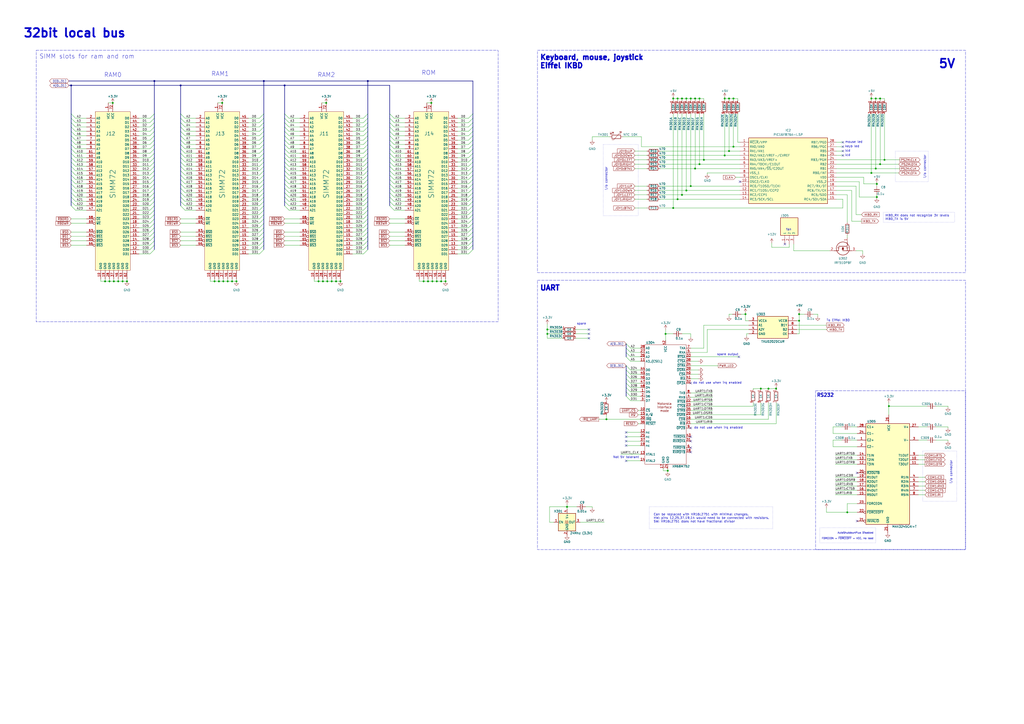
<source format=kicad_sch>
(kicad_sch (version 20230121) (generator eeschema)
  (paper "A2")
  (title_block (title "Raven 68060") (date "2024") (rev "A1") (company "Licensed under CERN-OHL-W v2") (comment 1 "(c)2024 Anders Granlund"))
  (junction (at 73.66 163.195))
  (junction (at 258.445 163.195))
  (junction (at 395.605 113.03))
  (junction (at 508 57.15))
  (junction (at 66.04 163.195))
  (junction (at 393.065 115.57))
  (junction (at 405.765 57.15))
  (junction (at 513.08 92.71))
  (junction (at 403.225 57.15))
  (junction (at 510.54 57.15))
  (junction (at 393.065 57.15))
  (junction (at 508.635 106.68))
  (junction (at 248.285 163.195))
  (junction (at 398.145 110.49))
  (junction (at 510.54 95.25))
  (junction (at 505.46 100.33))
  (junction (at 153.035 46.99))
  (junction (at 463.55 182.245))
  (junction (at 387.35 273.05))
  (junction (at 128.905 59.69))
  (junction (at 445.77 225.425))
  (junction (at 317.5 193.675))
  (junction (at 508 97.79))
  (junction (at 317.5 191.135))
  (junction (at 250.19 59.69))
  (junction (at 189.23 59.69))
  (junction (at 403.225 97.79))
  (junction (at 515.62 235.585))
  (junction (at 328.93 294.005))
  (junction (at 137.16 163.195))
  (junction (at 60.96 163.195))
  (junction (at 398.145 57.15))
  (junction (at 505.46 57.15))
  (junction (at 408.305 92.71))
  (junction (at 432.435 182.245))
  (junction (at 197.485 163.195))
  (junction (at 390.525 120.65))
  (junction (at 189.865 163.195))
  (junction (at 405.765 95.25))
  (junction (at 213.36 46.99))
  (junction (at 400.685 57.15))
  (junction (at 420.37 90.17))
  (junction (at 422.91 87.63))
  (junction (at 491.49 297.18))
  (junction (at 124.46 163.195))
  (junction (at 255.905 163.195))
  (junction (at 104.775 49.53))
  (junction (at 41.275 49.53))
  (junction (at 250.825 163.195))
  (junction (at 165.1 49.53))
  (junction (at 351.79 243.205))
  (junction (at 450.215 225.425))
  (junction (at 184.785 163.195))
  (junction (at 132.08 163.195))
  (junction (at 508.635 114.3))
  (junction (at 129.54 163.195))
  (junction (at 71.12 163.195))
  (junction (at 390.525 57.15))
  (junction (at 134.62 163.195))
  (junction (at 395.605 57.15))
  (junction (at 89.535 46.99))
  (junction (at 245.745 163.195))
  (junction (at 192.405 163.195))
  (junction (at 420.37 57.15))
  (junction (at 422.91 57.15))
  (junction (at 127 163.195))
  (junction (at 425.45 85.09))
  (junction (at 386.08 193.675))
  (junction (at 400.685 107.95))
  (junction (at 68.58 163.195))
  (junction (at 253.365 163.195))
  (junction (at 194.945 163.195))
  (junction (at 63.5 163.195))
  (junction (at 65.405 59.69))
  (junction (at 463.55 186.055))
  (junction (at 187.325 163.195))
  (junction (at 425.45 57.15))
  (junction (at 441.325 225.425))
  (no_connect (at 488.95 85.09))
  (no_connect (at 497.205 274.32))
  (no_connect (at 497.205 302.26))
  (no_connect (at 488.95 87.63))
  (no_connect (at 488.95 82.55))
  (no_connect (at 363.22 250.825))
  (no_connect (at 400.685 222.25))
  (no_connect (at 341.63 191.135))
  (no_connect (at 363.22 258.445))
  (no_connect (at 400.685 248.285))
  (no_connect (at 400.685 262.255))
  (no_connect (at 363.22 255.905))
  (no_connect (at 341.63 196.215))
  (no_connect (at 488.95 90.17))
  (no_connect (at 429.26 105.41))
  (no_connect (at 428.625 207.01))
  (no_connect (at 341.63 193.675))
  (no_connect (at 363.22 267.335))
  (no_connect (at 455.295 141.605))
  (no_connect (at 363.22 253.365))
  (no_connect (at 400.685 253.365))
  (no_connect (at 400.685 259.715))
  (no_connect (at 400.685 255.905))
  (bus_entry (at 89.535 73.66) (size -2.54 2.54))
  (bus_entry (at 226.06 111.76) (size 2.54 2.54))
  (bus_entry (at 41.275 88.9) (size 2.54 2.54))
  (bus_entry (at 104.775 66.04) (size 2.54 2.54))
  (bus_entry (at 41.275 109.22) (size 2.54 2.54))
  (bus_entry (at 89.535 142.24) (size -2.54 2.54))
  (bus_entry (at 363.22 229.87) (size 2.54 2.54))
  (bus_entry (at 153.035 68.58) (size -2.54 2.54))
  (bus_entry (at 274.32 99.06) (size -2.54 2.54))
  (bus_entry (at 165.1 76.2) (size 2.54 2.54))
  (bus_entry (at 153.035 116.84) (size -2.54 2.54))
  (bus_entry (at 363.22 201.93) (size 2.54 2.54))
  (bus_entry (at 89.535 134.62) (size -2.54 2.54))
  (bus_entry (at 363.22 227.33) (size 2.54 2.54))
  (bus_entry (at 213.36 81.28) (size -2.54 2.54))
  (bus_entry (at 41.275 93.98) (size 2.54 2.54))
  (bus_entry (at 213.36 121.92) (size -2.54 2.54))
  (bus_entry (at 363.22 207.01) (size 2.54 2.54))
  (bus_entry (at 274.32 83.82) (size -2.54 2.54))
  (bus_entry (at 89.535 121.92) (size -2.54 2.54))
  (bus_entry (at 153.035 71.12) (size -2.54 2.54))
  (bus_entry (at 153.035 101.6) (size -2.54 2.54))
  (bus_entry (at 213.36 93.98) (size -2.54 2.54))
  (bus_entry (at 274.32 76.2) (size -2.54 2.54))
  (bus_entry (at 226.06 114.3) (size 2.54 2.54))
  (bus_entry (at 89.535 91.44) (size -2.54 2.54))
  (bus_entry (at 104.775 93.98) (size 2.54 2.54))
  (bus_entry (at 274.32 121.92) (size -2.54 2.54))
  (bus_entry (at 104.775 104.14) (size 2.54 2.54))
  (bus_entry (at 89.535 124.46) (size -2.54 2.54))
  (bus_entry (at 104.775 83.82) (size 2.54 2.54))
  (bus_entry (at 274.32 73.66) (size -2.54 2.54))
  (bus_entry (at 41.275 116.84) (size 2.54 2.54))
  (bus_entry (at 226.06 101.6) (size 2.54 2.54))
  (bus_entry (at 213.36 78.74) (size -2.54 2.54))
  (bus_entry (at 41.275 71.12) (size 2.54 2.54))
  (bus_entry (at 153.035 144.78) (size -2.54 2.54))
  (bus_entry (at 89.535 86.36) (size -2.54 2.54))
  (bus_entry (at 213.36 71.12) (size -2.54 2.54))
  (bus_entry (at 226.06 71.12) (size 2.54 2.54))
  (bus_entry (at 104.775 86.36) (size 2.54 2.54))
  (bus_entry (at 165.1 114.3) (size 2.54 2.54))
  (bus_entry (at 274.32 104.14) (size -2.54 2.54))
  (bus_entry (at 213.36 106.68) (size -2.54 2.54))
  (bus_entry (at 274.32 144.78) (size -2.54 2.54))
  (bus_entry (at 274.32 96.52) (size -2.54 2.54))
  (bus_entry (at 274.32 114.3) (size -2.54 2.54))
  (bus_entry (at 213.36 142.24) (size -2.54 2.54))
  (bus_entry (at 165.1 91.44) (size 2.54 2.54))
  (bus_entry (at 104.775 96.52) (size 2.54 2.54))
  (bus_entry (at 89.535 88.9) (size -2.54 2.54))
  (bus_entry (at 165.1 83.82) (size 2.54 2.54))
  (bus_entry (at 213.36 134.62) (size -2.54 2.54))
  (bus_entry (at 89.535 78.74) (size -2.54 2.54))
  (bus_entry (at 165.1 81.28) (size 2.54 2.54))
  (bus_entry (at 104.775 106.68) (size 2.54 2.54))
  (bus_entry (at 153.035 127) (size -2.54 2.54))
  (bus_entry (at 363.22 199.39) (size 2.54 2.54))
  (bus_entry (at 213.36 99.06) (size -2.54 2.54))
  (bus_entry (at 165.1 101.6) (size 2.54 2.54))
  (bus_entry (at 226.06 88.9) (size 2.54 2.54))
  (bus_entry (at 213.36 111.76) (size -2.54 2.54))
  (bus_entry (at 41.275 96.52) (size 2.54 2.54))
  (bus_entry (at 153.035 142.24) (size -2.54 2.54))
  (bus_entry (at 165.1 119.38) (size 2.54 2.54))
  (bus_entry (at 104.775 116.84) (size 2.54 2.54))
  (bus_entry (at 165.1 111.76) (size 2.54 2.54))
  (bus_entry (at 226.06 76.2) (size 2.54 2.54))
  (bus_entry (at 213.36 119.38) (size -2.54 2.54))
  (bus_entry (at 104.775 71.12) (size 2.54 2.54))
  (bus_entry (at 89.535 129.54) (size -2.54 2.54))
  (bus_entry (at 213.36 109.22) (size -2.54 2.54))
  (bus_entry (at 89.535 119.38) (size -2.54 2.54))
  (bus_entry (at 165.1 66.04) (size 2.54 2.54))
  (bus_entry (at 363.22 204.47) (size 2.54 2.54))
  (bus_entry (at 274.32 124.46) (size -2.54 2.54))
  (bus_entry (at 274.32 132.08) (size -2.54 2.54))
  (bus_entry (at 213.36 114.3) (size -2.54 2.54))
  (bus_entry (at 226.06 66.04) (size 2.54 2.54))
  (bus_entry (at 226.06 106.68) (size 2.54 2.54))
  (bus_entry (at 104.775 114.3) (size 2.54 2.54))
  (bus_entry (at 226.06 109.22) (size 2.54 2.54))
  (bus_entry (at 274.32 86.36) (size -2.54 2.54))
  (bus_entry (at 153.035 109.22) (size -2.54 2.54))
  (bus_entry (at 41.275 119.38) (size 2.54 2.54))
  (bus_entry (at 226.06 81.28) (size 2.54 2.54))
  (bus_entry (at 213.36 86.36) (size -2.54 2.54))
  (bus_entry (at 104.775 81.28) (size 2.54 2.54))
  (bus_entry (at 89.535 114.3) (size -2.54 2.54))
  (bus_entry (at 153.035 132.08) (size -2.54 2.54))
  (bus_entry (at 274.32 101.6) (size -2.54 2.54))
  (bus_entry (at 41.275 73.66) (size 2.54 2.54))
  (bus_entry (at 363.22 212.09) (size 2.54 2.54))
  (bus_entry (at 213.36 137.16) (size -2.54 2.54))
  (bus_entry (at 213.36 127) (size -2.54 2.54))
  (bus_entry (at 41.275 101.6) (size 2.54 2.54))
  (bus_entry (at 226.06 116.84) (size 2.54 2.54))
  (bus_entry (at 104.775 91.44) (size 2.54 2.54))
  (bus_entry (at 41.275 78.74) (size 2.54 2.54))
  (bus_entry (at 41.275 83.82) (size 2.54 2.54))
  (bus_entry (at 226.06 86.36) (size 2.54 2.54))
  (bus_entry (at 89.535 106.68) (size -2.54 2.54))
  (bus_entry (at 165.1 73.66) (size 2.54 2.54))
  (bus_entry (at 41.275 86.36) (size 2.54 2.54))
  (bus_entry (at 104.775 68.58) (size 2.54 2.54))
  (bus_entry (at 226.06 93.98) (size 2.54 2.54))
  (bus_entry (at 89.535 132.08) (size -2.54 2.54))
  (bus_entry (at 104.775 119.38) (size 2.54 2.54))
  (bus_entry (at 274.32 88.9) (size -2.54 2.54))
  (bus_entry (at 153.035 78.74) (size -2.54 2.54))
  (bus_entry (at 363.22 224.79) (size 2.54 2.54))
  (bus_entry (at 213.36 129.54) (size -2.54 2.54))
  (bus_entry (at 165.1 88.9) (size 2.54 2.54))
  (bus_entry (at 363.22 222.25) (size 2.54 2.54))
  (bus_entry (at 104.775 78.74) (size 2.54 2.54))
  (bus_entry (at 226.06 78.74) (size 2.54 2.54))
  (bus_entry (at 89.535 127) (size -2.54 2.54))
  (bus_entry (at 226.06 96.52) (size 2.54 2.54))
  (bus_entry (at 153.035 139.7) (size -2.54 2.54))
  (bus_entry (at 89.535 111.76) (size -2.54 2.54))
  (bus_entry (at 213.36 96.52) (size -2.54 2.54))
  (bus_entry (at 41.275 111.76) (size 2.54 2.54))
  (bus_entry (at 213.36 116.84) (size -2.54 2.54))
  (bus_entry (at 89.535 104.14) (size -2.54 2.54))
  (bus_entry (at 274.32 142.24) (size -2.54 2.54))
  (bus_entry (at 89.535 144.78) (size -2.54 2.54))
  (bus_entry (at 226.06 68.58) (size 2.54 2.54))
  (bus_entry (at 89.535 139.7) (size -2.54 2.54))
  (bus_entry (at 153.035 93.98) (size -2.54 2.54))
  (bus_entry (at 104.775 99.06) (size 2.54 2.54))
  (bus_entry (at 363.22 217.17) (size 2.54 2.54))
  (bus_entry (at 226.06 119.38) (size 2.54 2.54))
  (bus_entry (at 41.275 114.3) (size 2.54 2.54))
  (bus_entry (at 104.775 73.66) (size 2.54 2.54))
  (bus_entry (at 89.535 99.06) (size -2.54 2.54))
  (bus_entry (at 165.1 96.52) (size 2.54 2.54))
  (bus_entry (at 274.32 129.54) (size -2.54 2.54))
  (bus_entry (at 213.36 124.46) (size -2.54 2.54))
  (bus_entry (at 213.36 73.66) (size -2.54 2.54))
  (bus_entry (at 153.035 76.2) (size -2.54 2.54))
  (bus_entry (at 165.1 86.36) (size 2.54 2.54))
  (bus_entry (at 104.775 111.76) (size 2.54 2.54))
  (bus_entry (at 41.275 104.14) (size 2.54 2.54))
  (bus_entry (at 165.1 93.98) (size 2.54 2.54))
  (bus_entry (at 165.1 116.84) (size 2.54 2.54))
  (bus_entry (at 165.1 78.74) (size 2.54 2.54))
  (bus_entry (at 104.775 109.22) (size 2.54 2.54))
  (bus_entry (at 165.1 68.58) (size 2.54 2.54))
  (bus_entry (at 213.36 66.04) (size -2.54 2.54))
  (bus_entry (at 274.32 81.28) (size -2.54 2.54))
  (bus_entry (at 41.275 99.06) (size 2.54 2.54))
  (bus_entry (at 153.035 119.38) (size -2.54 2.54))
  (bus_entry (at 274.32 91.44) (size -2.54 2.54))
  (bus_entry (at 153.035 66.04) (size -2.54 2.54))
  (bus_entry (at 89.535 116.84) (size -2.54 2.54))
  (bus_entry (at 274.32 106.68) (size -2.54 2.54))
  (bus_entry (at 89.535 109.22) (size -2.54 2.54))
  (bus_entry (at 153.035 104.14) (size -2.54 2.54))
  (bus_entry (at 41.275 81.28) (size 2.54 2.54))
  (bus_entry (at 153.035 73.66) (size -2.54 2.54))
  (bus_entry (at 274.32 71.12) (size -2.54 2.54))
  (bus_entry (at 226.06 99.06) (size 2.54 2.54))
  (bus_entry (at 89.535 66.04) (size -2.54 2.54))
  (bus_entry (at 363.22 219.71) (size 2.54 2.54))
  (bus_entry (at 153.035 121.92) (size -2.54 2.54))
  (bus_entry (at 89.535 68.58) (size -2.54 2.54))
  (bus_entry (at 153.035 91.44) (size -2.54 2.54))
  (bus_entry (at 89.535 93.98) (size -2.54 2.54))
  (bus_entry (at 153.035 83.82) (size -2.54 2.54))
  (bus_entry (at 89.535 81.28) (size -2.54 2.54))
  (bus_entry (at 274.32 116.84) (size -2.54 2.54))
  (bus_entry (at 89.535 83.82) (size -2.54 2.54))
  (bus_entry (at 213.36 104.14) (size -2.54 2.54))
  (bus_entry (at 274.32 139.7) (size -2.54 2.54))
  (bus_entry (at 89.535 101.6) (size -2.54 2.54))
  (bus_entry (at 213.36 91.44) (size -2.54 2.54))
  (bus_entry (at 213.36 144.78) (size -2.54 2.54))
  (bus_entry (at 226.06 104.14) (size 2.54 2.54))
  (bus_entry (at 226.06 91.44) (size 2.54 2.54))
  (bus_entry (at 226.06 73.66) (size 2.54 2.54))
  (bus_entry (at 165.1 71.12) (size 2.54 2.54))
  (bus_entry (at 274.32 66.04) (size -2.54 2.54))
  (bus_entry (at 213.36 132.08) (size -2.54 2.54))
  (bus_entry (at 274.32 78.74) (size -2.54 2.54))
  (bus_entry (at 153.035 129.54) (size -2.54 2.54))
  (bus_entry (at 153.035 134.62) (size -2.54 2.54))
  (bus_entry (at 274.32 137.16) (size -2.54 2.54))
  (bus_entry (at 274.32 68.58) (size -2.54 2.54))
  (bus_entry (at 213.36 68.58) (size -2.54 2.54))
  (bus_entry (at 153.035 137.16) (size -2.54 2.54))
  (bus_entry (at 153.035 86.36) (size -2.54 2.54))
  (bus_entry (at 165.1 99.06) (size 2.54 2.54))
  (bus_entry (at 213.36 76.2) (size -2.54 2.54))
  (bus_entry (at 165.1 104.14) (size 2.54 2.54))
  (bus_entry (at 213.36 83.82) (size -2.54 2.54))
  (bus_entry (at 153.035 111.76) (size -2.54 2.54))
  (bus_entry (at 153.035 106.68) (size -2.54 2.54))
  (bus_entry (at 165.1 109.22) (size 2.54 2.54))
  (bus_entry (at 274.32 134.62) (size -2.54 2.54))
  (bus_entry (at 274.32 119.38) (size -2.54 2.54))
  (bus_entry (at 153.035 81.28) (size -2.54 2.54))
  (bus_entry (at 213.36 139.7) (size -2.54 2.54))
  (bus_entry (at 104.775 88.9) (size 2.54 2.54))
  (bus_entry (at 104.775 101.6) (size 2.54 2.54))
  (bus_entry (at 89.535 71.12) (size -2.54 2.54))
  (bus_entry (at 41.275 76.2) (size 2.54 2.54))
  (bus_entry (at 153.035 99.06) (size -2.54 2.54))
  (bus_entry (at 226.06 83.82) (size 2.54 2.54))
  (bus_entry (at 213.36 101.6) (size -2.54 2.54))
  (bus_entry (at 274.32 127) (size -2.54 2.54))
  (bus_entry (at 165.1 106.68) (size 2.54 2.54))
  (bus_entry (at 153.035 114.3) (size -2.54 2.54))
  (bus_entry (at 363.22 214.63) (size 2.54 2.54))
  (bus_entry (at 274.32 111.76) (size -2.54 2.54))
  (bus_entry (at 153.035 124.46) (size -2.54 2.54))
  (bus_entry (at 213.36 88.9) (size -2.54 2.54))
  (bus_entry (at 153.035 96.52) (size -2.54 2.54))
  (bus_entry (at 41.275 91.44) (size 2.54 2.54))
  (bus_entry (at 89.535 76.2) (size -2.54 2.54))
  (bus_entry (at 89.535 137.16) (size -2.54 2.54))
  (bus_entry (at 274.32 109.22) (size -2.54 2.54))
  (bus_entry (at 41.275 68.58) (size 2.54 2.54))
  (bus_entry (at 41.275 66.04) (size 2.54 2.54))
  (bus_entry (at 153.035 88.9) (size -2.54 2.54))
  (bus_entry (at 41.275 106.68) (size 2.54 2.54))
  (bus_entry (at 274.32 93.98) (size -2.54 2.54))
  (bus_entry (at 104.775 76.2) (size 2.54 2.54))
  (bus_entry (at 89.535 96.52) (size -2.54 2.54))
  (wire (pts (xy 485.14 95.25) (xy 510.54 95.25)))
  (wire (pts (xy 167.64 78.74) (xy 173.99 78.74)))
  (wire (pts (xy 265.43 144.78) (xy 271.78 144.78)))
  (bus (pts (xy 153.035 142.24) (xy 153.035 139.7)))
  (bus (pts (xy 89.535 78.74) (xy 89.535 76.2)))
  (bus (pts (xy 104.775 81.28) (xy 104.775 78.74)))
  (wire (pts (xy 243.205 163.195) (xy 243.205 161.925)))
  (bus (pts (xy 165.1 71.12) (xy 165.1 68.58)))
  (wire (pts (xy 505.46 56.515) (xy 505.46 57.15)))
  (bus (pts (xy 226.06 106.68) (xy 226.06 104.14)))
  (wire (pts (xy 265.43 106.68) (xy 271.78 106.68)))
  (wire (pts (xy 80.645 73.66) (xy 86.995 73.66)))
  (bus (pts (xy 274.32 134.62) (xy 274.32 132.08)))
  (wire (pts (xy 80.645 109.22) (xy 86.995 109.22)))
  (wire (pts (xy 43.815 86.36) (xy 50.165 86.36)))
  (wire (pts (xy 104.775 137.16) (xy 113.665 137.16)))
  (bus (pts (xy 213.36 114.3) (xy 213.36 111.76)))
  (wire (pts (xy 493.395 255.27) (xy 497.205 255.27)))
  (bus (pts (xy 104.775 78.74) (xy 104.775 76.2)))
  (wire (pts (xy 508.635 114.3) (xy 508.635 114.935)))
  (bus (pts (xy 213.36 83.82) (xy 213.36 81.28)))
  (wire (pts (xy 144.145 99.06) (xy 150.495 99.06)))
  (wire (pts (xy 144.145 142.24) (xy 150.495 142.24)))
  (bus (pts (xy 41.275 101.6) (xy 41.275 99.06)))
  (bus (pts (xy 213.36 127) (xy 213.36 124.46)))
  (wire (pts (xy 368.3 90.17) (xy 375.285 90.17)))
  (wire (pts (xy 165.1 127) (xy 173.99 127)))
  (bus (pts (xy 153.035 124.46) (xy 153.035 121.92)))
  (wire (pts (xy 167.64 71.12) (xy 173.99 71.12)))
  (wire (pts (xy 247.65 59.69) (xy 250.19 59.69)))
  (bus (pts (xy 41.275 88.9) (xy 41.275 86.36)))
  (bus (pts (xy 165.1 66.04) (xy 165.1 49.53)))
  (wire (pts (xy 265.43 68.58) (xy 271.78 68.58)))
  (bus (pts (xy 165.1 86.36) (xy 165.1 83.82)))
  (bus (pts (xy 213.36 104.14) (xy 213.36 101.6)))
  (wire (pts (xy 485.14 90.17) (xy 488.95 90.17)))
  (wire (pts (xy 497.205 251.46) (xy 483.235 251.46)))
  (wire (pts (xy 365.76 207.01) (xy 371.475 207.01)))
  (wire (pts (xy 382.905 87.63) (xy 422.91 87.63)))
  (wire (pts (xy 420.37 90.17) (xy 429.26 90.17)))
  (bus (pts (xy 104.775 73.66) (xy 104.775 71.12)))
  (wire (pts (xy 395.605 57.15) (xy 395.605 58.42)))
  (wire (pts (xy 167.64 114.3) (xy 173.99 114.3)))
  (wire (pts (xy 255.905 163.195) (xy 258.445 163.195)))
  (wire (pts (xy 144.145 119.38) (xy 150.495 119.38)))
  (wire (pts (xy 265.43 86.36) (xy 271.78 86.36)))
  (wire (pts (xy 80.645 101.6) (xy 86.995 101.6)))
  (wire (pts (xy 228.6 88.9) (xy 234.95 88.9)))
  (wire (pts (xy 510.54 66.04) (xy 510.54 95.25)))
  (wire (pts (xy 226.06 139.7) (xy 234.95 139.7)))
  (bus (pts (xy 153.035 137.16) (xy 153.035 134.62)))
  (wire (pts (xy 204.47 93.98) (xy 210.82 93.98)))
  (wire (pts (xy 248.285 161.925) (xy 248.285 163.195)))
  (wire (pts (xy 189.865 161.925) (xy 189.865 163.195)))
  (wire (pts (xy 204.47 111.76) (xy 210.82 111.76)))
  (bus (pts (xy 104.775 116.84) (xy 104.775 114.3)))
  (wire (pts (xy 66.04 161.925) (xy 66.04 163.195)))
  (bus (pts (xy 363.22 199.39) (xy 363.22 201.93)))
  (wire (pts (xy 265.43 78.74) (xy 271.78 78.74)))
  (wire (pts (xy 368.3 97.79) (xy 375.285 97.79)))
  (bus (pts (xy 213.36 78.74) (xy 213.36 76.2)))
  (wire (pts (xy 228.6 96.52) (xy 234.95 96.52)))
  (wire (pts (xy 265.43 71.12) (xy 271.78 71.12)))
  (bus (pts (xy 363.22 217.17) (xy 363.22 219.71)))
  (wire (pts (xy 80.645 144.78) (xy 86.995 144.78)))
  (wire (pts (xy 382.905 95.25) (xy 405.765 95.25)))
  (wire (pts (xy 405.765 95.25) (xy 429.26 95.25)))
  (wire (pts (xy 104.775 139.7) (xy 113.665 139.7)))
  (bus (pts (xy 41.275 96.52) (xy 41.275 93.98)))
  (wire (pts (xy 204.47 96.52) (xy 210.82 96.52)))
  (wire (pts (xy 58.42 163.195) (xy 60.96 163.195)))
  (wire (pts (xy 493.395 247.65) (xy 497.205 247.65)))
  (bus (pts (xy 41.275 71.12) (xy 41.275 68.58)))
  (wire (pts (xy 422.91 57.15) (xy 422.91 58.42)))
  (wire (pts (xy 107.315 116.84) (xy 113.665 116.84)))
  (wire (pts (xy 80.645 78.74) (xy 86.995 78.74)))
  (wire (pts (xy 265.43 96.52) (xy 271.78 96.52)))
  (bus (pts (xy 104.775 114.3) (xy 104.775 111.76)))
  (bus (pts (xy 165.1 68.58) (xy 165.1 66.04)))
  (wire (pts (xy 491.49 297.18) (xy 497.205 297.18)))
  (wire (pts (xy 192.405 163.195) (xy 194.945 163.195)))
  (bus (pts (xy 274.32 114.3) (xy 274.32 111.76)))
  (wire (pts (xy 144.145 147.32) (xy 150.495 147.32)))
  (wire (pts (xy 549.91 255.27) (xy 549.91 255.905)))
  (wire (pts (xy 167.64 111.76) (xy 173.99 111.76)))
  (wire (pts (xy 265.43 88.9) (xy 271.78 88.9)))
  (wire (pts (xy 41.275 134.62) (xy 50.165 134.62)))
  (wire (pts (xy 400.685 212.09) (xy 416.56 212.09)))
  (wire (pts (xy 104.775 129.54) (xy 113.665 129.54)))
  (wire (pts (xy 144.145 96.52) (xy 150.495 96.52)))
  (wire (pts (xy 532.765 266.7) (xy 536.575 266.7)))
  (bus (pts (xy 165.1 109.22) (xy 165.1 106.68)))
  (wire (pts (xy 126.365 59.69) (xy 128.905 59.69)))
  (bus (pts (xy 104.775 49.53) (xy 165.1 49.53)))
  (wire (pts (xy 226.06 129.54) (xy 234.95 129.54)))
  (bus (pts (xy 363.22 214.63) (xy 363.22 217.17)))
  (bus (pts (xy 213.36 129.54) (xy 213.36 127)))
  (bus (pts (xy 213.36 99.06) (xy 213.36 96.52)))
  (wire (pts (xy 382.905 90.17) (xy 420.37 90.17)))
  (wire (pts (xy 422.91 182.245) (xy 422.91 183.515)))
  (bus (pts (xy 89.535 127) (xy 89.535 124.46)))
  (wire (pts (xy 463.55 182.245) (xy 466.725 182.245)))
  (wire (pts (xy 228.6 91.44) (xy 234.95 91.44)))
  (bus (pts (xy 89.535 104.14) (xy 89.535 101.6)))
  (bus (pts (xy 153.035 88.9) (xy 153.035 86.36)))
  (bus (pts (xy 89.535 73.66) (xy 89.535 71.12)))
  (wire (pts (xy 457.835 143.51) (xy 447.675 143.51)))
  (wire (pts (xy 317.5 191.135) (xy 317.5 193.675)))
  (wire (pts (xy 127 163.195) (xy 129.54 163.195)))
  (wire (pts (xy 107.315 121.92) (xy 113.665 121.92)))
  (wire (pts (xy 43.815 78.74) (xy 50.165 78.74)))
  (bus (pts (xy 226.06 119.38) (xy 226.06 116.84)))
  (wire (pts (xy 363.22 258.445) (xy 371.475 258.445)))
  (wire (pts (xy 425.45 85.09) (xy 429.26 85.09)))
  (wire (pts (xy 382.905 97.79) (xy 403.225 97.79)))
  (wire (pts (xy 107.315 71.12) (xy 113.665 71.12)))
  (bus (pts (xy 89.535 129.54) (xy 89.535 127)))
  (wire (pts (xy 107.315 81.28) (xy 113.665 81.28)))
  (bus (pts (xy 153.035 81.28) (xy 153.035 78.74)))
  (wire (pts (xy 144.145 104.14) (xy 150.495 104.14)))
  (wire (pts (xy 60.96 161.925) (xy 60.96 163.195)))
  (bus (pts (xy 274.32 121.92) (xy 274.32 119.38)))
  (wire (pts (xy 488.95 115.57) (xy 488.95 120.65)))
  (bus (pts (xy 226.06 104.14) (xy 226.06 101.6)))
  (wire (pts (xy 328.93 292.735) (xy 328.93 294.005)))
  (wire (pts (xy 498.475 105.41) (xy 498.475 114.3)))
  (wire (pts (xy 204.47 116.84) (xy 210.82 116.84)))
  (wire (pts (xy 387.35 271.78) (xy 387.35 273.05)))
  (wire (pts (xy 485.14 92.71) (xy 513.08 92.71)))
  (wire (pts (xy 420.37 66.04) (xy 420.37 90.17)))
  (wire (pts (xy 63.5 161.925) (xy 63.5 163.195)))
  (bus (pts (xy 104.775 99.06) (xy 104.775 96.52)))
  (wire (pts (xy 228.6 109.22) (xy 234.95 109.22)))
  (bus (pts (xy 89.535 121.92) (xy 89.535 119.38)))
  (bus (pts (xy 89.535 124.46) (xy 89.535 121.92)))
  (wire (pts (xy 134.62 163.195) (xy 137.16 163.195)))
  (wire (pts (xy 184.785 161.925) (xy 184.785 163.195)))
  (wire (pts (xy 107.315 114.3) (xy 113.665 114.3)))
  (bus (pts (xy 89.535 99.06) (xy 89.535 96.52)))
  (bus (pts (xy 226.06 114.3) (xy 226.06 111.76)))
  (bus (pts (xy 226.06 109.22) (xy 226.06 106.68)))
  (bus (pts (xy 153.035 111.76) (xy 153.035 109.22)))
  (wire (pts (xy 80.645 139.7) (xy 86.995 139.7)))
  (wire (pts (xy 167.64 86.36) (xy 173.99 86.36)))
  (bus (pts (xy 89.535 132.08) (xy 89.535 129.54)))
  (wire (pts (xy 144.145 78.74) (xy 150.495 78.74)))
  (wire (pts (xy 167.64 81.28) (xy 173.99 81.28)))
  (wire (pts (xy 425.45 57.15) (xy 427.99 57.15)))
  (wire (pts (xy 422.91 87.63) (xy 429.26 87.63)))
  (wire (pts (xy 408.305 57.15) (xy 408.305 58.42)))
  (wire (pts (xy 194.945 161.925) (xy 194.945 163.195)))
  (wire (pts (xy 408.305 66.04) (xy 408.305 92.71)))
  (wire (pts (xy 265.43 104.14) (xy 271.78 104.14)))
  (bus (pts (xy 213.36 144.78) (xy 213.36 142.24)))
  (wire (pts (xy 508 97.79) (xy 521.97 97.79)))
  (wire (pts (xy 43.815 88.9) (xy 50.165 88.9)))
  (bus (pts (xy 165.1 99.06) (xy 165.1 96.52)))
  (wire (pts (xy 129.54 163.195) (xy 132.08 163.195)))
  (wire (pts (xy 447.675 143.51) (xy 447.675 140.97)))
  (wire (pts (xy 395.605 113.03) (xy 429.26 113.03)))
  (wire (pts (xy 410.21 100.33) (xy 429.26 100.33)))
  (wire (pts (xy 410.21 204.47) (xy 410.21 191.135)))
  (wire (pts (xy 427.99 57.15) (xy 427.99 58.42)))
  (bus (pts (xy 213.36 76.2) (xy 213.36 73.66)))
  (wire (pts (xy 403.225 97.79) (xy 429.26 97.79)))
  (wire (pts (xy 144.145 124.46) (xy 150.495 124.46)))
  (bus (pts (xy 153.035 116.84) (xy 153.035 114.3)))
  (wire (pts (xy 228.6 104.14) (xy 234.95 104.14)))
  (wire (pts (xy 382.905 92.71) (xy 408.305 92.71)))
  (wire (pts (xy 457.835 141.605) (xy 457.835 143.51)))
  (bus (pts (xy 89.535 96.52) (xy 89.535 93.98)))
  (wire (pts (xy 462.28 186.055) (xy 463.55 186.055)))
  (wire (pts (xy 265.43 147.32) (xy 271.78 147.32)))
  (wire (pts (xy 204.47 119.38) (xy 210.82 119.38)))
  (wire (pts (xy 265.43 76.2) (xy 271.78 76.2)))
  (wire (pts (xy 80.645 99.06) (xy 86.995 99.06)))
  (wire (pts (xy 104.775 142.24) (xy 113.665 142.24)))
  (wire (pts (xy 245.745 161.925) (xy 245.745 163.195)))
  (wire (pts (xy 393.065 66.04) (xy 393.065 115.57)))
  (wire (pts (xy 425.45 57.15) (xy 425.45 58.42)))
  (wire (pts (xy 228.6 76.2) (xy 234.95 76.2)))
  (bus (pts (xy 274.32 142.24) (xy 274.32 139.7)))
  (wire (pts (xy 393.065 57.15) (xy 393.065 58.42)))
  (wire (pts (xy 413.385 238.125) (xy 400.685 238.125)))
  (bus (pts (xy 165.1 83.82) (xy 165.1 81.28)))
  (wire (pts (xy 483.235 247.65) (xy 488.315 247.65)))
  (wire (pts (xy 71.12 161.925) (xy 71.12 163.195)))
  (bus (pts (xy 89.535 46.99) (xy 89.535 66.04)))
  (wire (pts (xy 43.815 83.82) (xy 50.165 83.82)))
  (wire (pts (xy 395.605 66.04) (xy 395.605 113.03)))
  (wire (pts (xy 513.08 66.04) (xy 513.08 92.71)))
  (bus (pts (xy 226.06 73.66) (xy 226.06 71.12)))
  (bus (pts (xy 153.035 132.08) (xy 153.035 129.54)))
  (wire (pts (xy 144.145 71.12) (xy 150.495 71.12)))
  (wire (pts (xy 532.765 284.48) (xy 536.575 284.48)))
  (wire (pts (xy 132.08 163.195) (xy 134.62 163.195)))
  (wire (pts (xy 498.475 114.3) (xy 508.635 114.3)))
  (bus (pts (xy 104.775 66.04) (xy 104.775 49.53)))
  (bus (pts (xy 226.06 83.82) (xy 226.06 81.28)))
  (wire (pts (xy 80.645 88.9) (xy 86.995 88.9)))
  (wire (pts (xy 80.645 121.92) (xy 86.995 121.92)))
  (bus (pts (xy 165.1 111.76) (xy 165.1 109.22)))
  (wire (pts (xy 368.3 110.49) (xy 375.285 110.49)))
  (wire (pts (xy 368.3 113.03) (xy 375.285 113.03)))
  (bus (pts (xy 153.035 96.52) (xy 153.035 93.98)))
  (wire (pts (xy 532.765 279.4) (xy 536.575 279.4)))
  (wire (pts (xy 317.5 196.215) (xy 326.39 196.215)))
  (wire (pts (xy 80.645 134.62) (xy 86.995 134.62)))
  (wire (pts (xy 41.275 139.7) (xy 50.165 139.7)))
  (wire (pts (xy 104.775 134.62) (xy 113.665 134.62)))
  (wire (pts (xy 167.64 73.66) (xy 173.99 73.66)))
  (bus (pts (xy 274.32 129.54) (xy 274.32 127)))
  (wire (pts (xy 204.47 76.2) (xy 210.82 76.2)))
  (wire (pts (xy 107.315 104.14) (xy 113.665 104.14)))
  (wire (pts (xy 382.905 110.49) (xy 398.145 110.49)))
  (bus (pts (xy 89.535 68.58) (xy 89.535 66.04)))
  (wire (pts (xy 400.685 214.63) (xy 405.13 214.63)))
  (wire (pts (xy 107.315 78.74) (xy 113.665 78.74)))
  (bus (pts (xy 274.32 88.9) (xy 274.32 86.36)))
  (wire (pts (xy 265.43 142.24) (xy 271.78 142.24)))
  (wire (pts (xy 197.485 161.925) (xy 197.485 163.195)))
  (bus (pts (xy 89.535 101.6) (xy 89.535 99.06)))
  (wire (pts (xy 317.5 193.675) (xy 317.5 196.215)))
  (wire (pts (xy 463.55 182.245) (xy 463.55 181.61)))
  (wire (pts (xy 462.28 188.595) (xy 479.425 188.595)))
  (wire (pts (xy 167.64 96.52) (xy 173.99 96.52)))
  (wire (pts (xy 245.745 163.195) (xy 248.285 163.195)))
  (wire (pts (xy 484.505 276.86) (xy 497.205 276.86)))
  (bus (pts (xy 89.535 139.7) (xy 89.535 137.16)))
  (bus (pts (xy 226.06 68.58) (xy 226.06 66.04)))
  (bus (pts (xy 213.36 46.99) (xy 274.32 46.99)))
  (bus (pts (xy 226.06 86.36) (xy 226.06 83.82)))
  (bus (pts (xy 104.775 93.98) (xy 104.775 91.44)))
  (wire (pts (xy 370.205 240.665) (xy 371.475 240.665)))
  (wire (pts (xy 393.065 57.15) (xy 395.605 57.15)))
  (wire (pts (xy 474.345 183.515) (xy 474.345 182.245)))
  (bus (pts (xy 274.32 96.52) (xy 274.32 93.98)))
  (bus (pts (xy 363.22 227.33) (xy 363.22 229.87)))
  (wire (pts (xy 204.47 114.3) (xy 210.82 114.3)))
  (wire (pts (xy 228.6 83.82) (xy 234.95 83.82)))
  (bus (pts (xy 41.275 76.2) (xy 41.275 73.66)))
  (wire (pts (xy 462.28 191.135) (xy 479.425 191.135)))
  (wire (pts (xy 167.64 76.2) (xy 173.99 76.2)))
  (wire (pts (xy 204.47 121.92) (xy 210.82 121.92)))
  (wire (pts (xy 484.505 266.7) (xy 497.205 266.7)))
  (bus (pts (xy 165.1 116.84) (xy 165.1 114.3)))
  (wire (pts (xy 43.815 68.58) (xy 50.165 68.58)))
  (wire (pts (xy 184.785 163.195) (xy 187.325 163.195)))
  (bus (pts (xy 104.775 106.68) (xy 104.775 104.14)))
  (wire (pts (xy 80.645 104.14) (xy 86.995 104.14)))
  (wire (pts (xy 433.07 194.945) (xy 433.07 193.675)))
  (wire (pts (xy 107.315 119.38) (xy 113.665 119.38)))
  (wire (pts (xy 505.46 66.04) (xy 505.46 100.33)))
  (wire (pts (xy 336.55 302.895) (xy 350.52 302.895)))
  (wire (pts (xy 144.145 109.22) (xy 150.495 109.22)))
  (wire (pts (xy 204.47 137.16) (xy 210.82 137.16)))
  (wire (pts (xy 204.47 144.78) (xy 210.82 144.78)))
  (wire (pts (xy 265.43 119.38) (xy 271.78 119.38)))
  (wire (pts (xy 43.815 109.22) (xy 50.165 109.22)))
  (wire (pts (xy 144.145 139.7) (xy 150.495 139.7)))
  (bus (pts (xy 41.275 78.74) (xy 41.275 76.2)))
  (bus (pts (xy 165.1 81.28) (xy 165.1 78.74)))
  (wire (pts (xy 226.06 137.16) (xy 234.95 137.16)))
  (bus (pts (xy 274.32 116.84) (xy 274.32 114.3)))
  (bus (pts (xy 226.06 111.76) (xy 226.06 109.22)))
  (wire (pts (xy 351.79 240.665) (xy 351.79 243.205)))
  (bus (pts (xy 226.06 71.12) (xy 226.06 68.58)))
  (wire (pts (xy 204.47 83.82) (xy 210.82 83.82)))
  (wire (pts (xy 510.54 57.15) (xy 513.08 57.15)))
  (bus (pts (xy 213.36 106.68) (xy 213.36 104.14)))
  (bus (pts (xy 165.1 93.98) (xy 165.1 91.44)))
  (wire (pts (xy 395.605 57.15) (xy 398.145 57.15)))
  (wire (pts (xy 441.325 233.68) (xy 441.325 240.665)))
  (wire (pts (xy 144.145 91.44) (xy 150.495 91.44)))
  (wire (pts (xy 73.66 161.925) (xy 73.66 163.195)))
  (bus (pts (xy 41.275 111.76) (xy 41.275 109.22)))
  (wire (pts (xy 334.01 196.215) (xy 341.63 196.215)))
  (wire (pts (xy 365.76 232.41) (xy 371.475 232.41)))
  (wire (pts (xy 424.815 182.245) (xy 422.91 182.245)))
  (wire (pts (xy 43.815 121.92) (xy 50.165 121.92)))
  (wire (pts (xy 343.535 81.28) (xy 343.535 79.375)))
  (wire (pts (xy 334.01 193.675) (xy 341.63 193.675)))
  (wire (pts (xy 265.43 99.06) (xy 271.78 99.06)))
  (wire (pts (xy 390.525 120.65) (xy 488.95 120.65)))
  (wire (pts (xy 243.205 163.195) (xy 245.745 163.195)))
  (wire (pts (xy 425.45 66.04) (xy 425.45 85.09)))
  (wire (pts (xy 508.635 114.3) (xy 508.635 113.03)))
  (bus (pts (xy 274.32 132.08) (xy 274.32 129.54)))
  (bus (pts (xy 213.36 134.62) (xy 213.36 132.08)))
  (bus (pts (xy 274.32 83.82) (xy 274.32 81.28)))
  (wire (pts (xy 43.815 71.12) (xy 50.165 71.12)))
  (bus (pts (xy 226.06 81.28) (xy 226.06 78.74)))
  (wire (pts (xy 167.64 91.44) (xy 173.99 91.44)))
  (bus (pts (xy 213.36 71.12) (xy 213.36 68.58)))
  (wire (pts (xy 165.1 129.54) (xy 173.99 129.54)))
  (bus (pts (xy 104.775 83.82) (xy 104.775 81.28)))
  (bus (pts (xy 104.775 71.12) (xy 104.775 68.58)))
  (bus (pts (xy 165.1 76.2) (xy 165.1 73.66)))
  (wire (pts (xy 384.81 273.05) (xy 387.35 273.05)))
  (wire (pts (xy 400.685 217.17) (xy 405.13 217.17)))
  (wire (pts (xy 43.815 119.38) (xy 50.165 119.38)))
  (bus (pts (xy 153.035 83.82) (xy 153.035 81.28)))
  (wire (pts (xy 429.895 182.245) (xy 432.435 182.245)))
  (wire (pts (xy 372.11 85.09) (xy 372.11 79.375)))
  (wire (pts (xy 483.235 251.46) (xy 483.235 247.65)))
  (wire (pts (xy 80.645 119.38) (xy 86.995 119.38)))
  (wire (pts (xy 422.91 57.15) (xy 425.45 57.15)))
  (bus (pts (xy 274.32 119.38) (xy 274.32 116.84)))
  (wire (pts (xy 485.14 115.57) (xy 488.95 115.57)))
  (wire (pts (xy 474.345 182.245) (xy 471.805 182.245)))
  (wire (pts (xy 515.62 233.68) (xy 515.62 235.585)))
  (bus (pts (xy 274.32 137.16) (xy 274.32 134.62)))
  (wire (pts (xy 532.765 287.02) (xy 536.575 287.02)))
  (wire (pts (xy 265.43 73.66) (xy 271.78 73.66)))
  (wire (pts (xy 483.235 255.27) (xy 483.235 259.08)))
  (bus (pts (xy 213.36 137.16) (xy 213.36 134.62)))
  (wire (pts (xy 542.925 255.27) (xy 549.91 255.27)))
  (wire (pts (xy 80.645 91.44) (xy 86.995 91.44)))
  (wire (pts (xy 328.93 294.005) (xy 328.93 295.275)))
  (wire (pts (xy 43.815 99.06) (xy 50.165 99.06)))
  (bus (pts (xy 153.035 46.99) (xy 213.36 46.99)))
  (wire (pts (xy 204.47 129.54) (xy 210.82 129.54)))
  (bus (pts (xy 153.035 134.62) (xy 153.035 132.08)))
  (wire (pts (xy 189.865 163.195) (xy 192.405 163.195)))
  (bus (pts (xy 89.535 114.3) (xy 89.535 111.76)))
  (wire (pts (xy 250.825 163.195) (xy 253.365 163.195)))
  (wire (pts (xy 144.145 137.16) (xy 150.495 137.16)))
  (wire (pts (xy 363.22 250.825) (xy 371.475 250.825)))
  (wire (pts (xy 463.55 186.055) (xy 463.55 193.675)))
  (wire (pts (xy 485.14 82.55) (xy 488.95 82.55)))
  (bus (pts (xy 274.32 91.44) (xy 274.32 88.9)))
  (wire (pts (xy 368.3 115.57) (xy 375.285 115.57)))
  (wire (pts (xy 368.3 92.71) (xy 375.285 92.71)))
  (wire (pts (xy 422.91 66.04) (xy 422.91 87.63)))
  (wire (pts (xy 390.525 66.04) (xy 390.525 120.65)))
  (wire (pts (xy 360.045 263.525) (xy 371.475 263.525)))
  (wire (pts (xy 365.76 222.25) (xy 371.475 222.25)))
  (wire (pts (xy 80.645 71.12) (xy 86.995 71.12)))
  (bus (pts (xy 274.32 99.06) (xy 274.32 96.52)))
  (wire (pts (xy 134.62 161.925) (xy 134.62 163.195)))
  (wire (pts (xy 400.685 207.01) (xy 428.625 207.01)))
  (wire (pts (xy 365.76 204.47) (xy 371.475 204.47)))
  (wire (pts (xy 204.47 68.58) (xy 210.82 68.58)))
  (wire (pts (xy 144.145 73.66) (xy 150.495 73.66)))
  (wire (pts (xy 361.315 79.375) (xy 372.11 79.375)))
  (wire (pts (xy 318.77 302.895) (xy 321.31 302.895)))
  (wire (pts (xy 41.275 137.16) (xy 50.165 137.16)))
  (bus (pts (xy 165.1 114.3) (xy 165.1 111.76)))
  (wire (pts (xy 43.815 73.66) (xy 50.165 73.66)))
  (wire (pts (xy 508.635 106.045) (xy 508.635 106.68)))
  (wire (pts (xy 491.49 136.525) (xy 491.49 137.795)))
  (bus (pts (xy 226.06 93.98) (xy 226.06 91.44)))
  (wire (pts (xy 167.64 109.22) (xy 173.99 109.22)))
  (bus (pts (xy 226.06 88.9) (xy 226.06 86.36)))
  (wire (pts (xy 488.315 255.27) (xy 483.235 255.27)))
  (bus (pts (xy 165.1 101.6) (xy 165.1 99.06)))
  (wire (pts (xy 62.865 59.69) (xy 65.405 59.69)))
  (bus (pts (xy 213.36 93.98) (xy 213.36 91.44)))
  (wire (pts (xy 400.685 204.47) (xy 410.21 204.47)))
  (wire (pts (xy 382.905 113.03) (xy 395.605 113.03)))
  (bus (pts (xy 274.32 86.36) (xy 274.32 83.82)))
  (wire (pts (xy 420.37 57.15) (xy 420.37 58.42)))
  (wire (pts (xy 400.685 107.95) (xy 429.26 107.95)))
  (wire (pts (xy 144.145 129.54) (xy 150.495 129.54)))
  (wire (pts (xy 265.43 139.7) (xy 271.78 139.7)))
  (wire (pts (xy 265.43 101.6) (xy 271.78 101.6)))
  (wire (pts (xy 496.57 107.95) (xy 485.14 107.95)))
  (bus (pts (xy 89.535 83.82) (xy 89.535 81.28)))
  (wire (pts (xy 479.425 297.18) (xy 479.425 294.64)))
  (bus (pts (xy 41.275 104.14) (xy 41.275 101.6)))
  (bus (pts (xy 41.275 68.58) (xy 41.275 66.04)))
  (wire (pts (xy 265.43 93.98) (xy 271.78 93.98)))
  (wire (pts (xy 500.38 145.415) (xy 500.38 147.32)))
  (wire (pts (xy 194.945 163.195) (xy 197.485 163.195)))
  (wire (pts (xy 363.22 255.905) (xy 371.475 255.905)))
  (bus (pts (xy 41.275 49.53) (xy 41.275 66.04)))
  (wire (pts (xy 165.1 137.16) (xy 173.99 137.16)))
  (wire (pts (xy 228.6 73.66) (xy 234.95 73.66)))
  (wire (pts (xy 398.145 57.15) (xy 398.145 58.42)))
  (wire (pts (xy 365.76 217.17) (xy 371.475 217.17)))
  (wire (pts (xy 368.3 95.25) (xy 375.285 95.25)))
  (bus (pts (xy 213.36 139.7) (xy 213.36 137.16)))
  (wire (pts (xy 400.685 219.71) (xy 405.13 219.71)))
  (bus (pts (xy 213.36 96.52) (xy 213.36 93.98)))
  (bus (pts (xy 274.32 106.68) (xy 274.32 104.14)))
  (wire (pts (xy 228.6 71.12) (xy 234.95 71.12)))
  (wire (pts (xy 485.14 85.09) (xy 488.95 85.09)))
  (wire (pts (xy 432.435 181.61) (xy 432.435 182.245)))
  (wire (pts (xy 386.08 193.675) (xy 386.08 191.135)))
  (wire (pts (xy 228.6 116.84) (xy 234.95 116.84)))
  (wire (pts (xy 494.03 128.27) (xy 499.745 128.27)))
  (bus (pts (xy 274.32 46.99) (xy 274.32 66.04)))
  (wire (pts (xy 265.43 124.46) (xy 271.78 124.46)))
  (wire (pts (xy 339.725 294.005) (xy 343.535 294.005)))
  (wire (pts (xy 204.47 132.08) (xy 210.82 132.08)))
  (wire (pts (xy 204.47 73.66) (xy 210.82 73.66)))
  (bus (pts (xy 213.36 101.6) (xy 213.36 99.06)))
  (bus (pts (xy 226.06 101.6) (xy 226.06 99.06)))
  (wire (pts (xy 365.76 219.71) (xy 371.475 219.71)))
  (bus (pts (xy 153.035 104.14) (xy 153.035 101.6)))
  (bus (pts (xy 41.275 116.84) (xy 41.275 114.3)))
  (wire (pts (xy 515.62 235.585) (xy 537.845 235.585)))
  (wire (pts (xy 253.365 163.195) (xy 255.905 163.195)))
  (wire (pts (xy 463.55 193.675) (xy 462.28 193.675)))
  (wire (pts (xy 144.145 93.98) (xy 150.495 93.98)))
  (wire (pts (xy 107.315 109.22) (xy 113.665 109.22)))
  (wire (pts (xy 433.07 193.675) (xy 434.34 193.675)))
  (wire (pts (xy 165.1 142.24) (xy 173.99 142.24)))
  (bus (pts (xy 40.005 46.99) (xy 89.535 46.99)))
  (wire (pts (xy 484.505 287.02) (xy 497.205 287.02)))
  (bus (pts (xy 274.32 76.2) (xy 274.32 73.66)))
  (wire (pts (xy 253.365 161.925) (xy 253.365 163.195)))
  (wire (pts (xy 265.43 129.54) (xy 271.78 129.54)))
  (wire (pts (xy 513.08 57.15) (xy 513.08 58.42)))
  (bus (pts (xy 104.775 86.36) (xy 104.775 83.82)))
  (wire (pts (xy 328.93 294.005) (xy 318.77 294.005)))
  (wire (pts (xy 43.815 114.3) (xy 50.165 114.3)))
  (wire (pts (xy 167.64 106.68) (xy 173.99 106.68)))
  (wire (pts (xy 228.6 121.92) (xy 234.95 121.92)))
  (bus (pts (xy 89.535 134.62) (xy 89.535 132.08)))
  (wire (pts (xy 80.645 93.98) (xy 86.995 93.98)))
  (wire (pts (xy 450.215 224.79) (xy 450.215 225.425)))
  (wire (pts (xy 460.375 141.605) (xy 460.375 145.415)))
  (wire (pts (xy 532.765 255.27) (xy 537.845 255.27)))
  (wire (pts (xy 370.205 238.125) (xy 371.475 238.125)))
  (wire (pts (xy 365.76 224.79) (xy 371.475 224.79)))
  (bus (pts (xy 274.32 73.66) (xy 274.32 71.12)))
  (bus (pts (xy 213.36 116.84) (xy 213.36 114.3)))
  (wire (pts (xy 317.5 193.675) (xy 326.39 193.675)))
  (bus (pts (xy 153.035 86.36) (xy 153.035 83.82)))
  (wire (pts (xy 204.47 124.46) (xy 210.82 124.46)))
  (bus (pts (xy 153.035 68.58) (xy 153.035 66.04)))
  (bus (pts (xy 226.06 91.44) (xy 226.06 88.9)))
  (wire (pts (xy 532.765 247.65) (xy 537.845 247.65)))
  (wire (pts (xy 398.145 66.04) (xy 398.145 110.49)))
  (bus (pts (xy 213.36 111.76) (xy 213.36 109.22)))
  (wire (pts (xy 228.6 93.98) (xy 234.95 93.98)))
  (wire (pts (xy 485.14 87.63) (xy 488.95 87.63)))
  (wire (pts (xy 204.47 109.22) (xy 210.82 109.22)))
  (bus (pts (xy 226.06 96.52) (xy 226.06 93.98)))
  (wire (pts (xy 436.88 225.425) (xy 441.325 225.425)))
  (wire (pts (xy 80.645 106.68) (xy 86.995 106.68)))
  (wire (pts (xy 334.01 191.135) (xy 341.63 191.135)))
  (wire (pts (xy 43.815 111.76) (xy 50.165 111.76)))
  (wire (pts (xy 144.145 101.6) (xy 150.495 101.6)))
  (bus (pts (xy 165.1 78.74) (xy 165.1 76.2)))
  (bus (pts (xy 274.32 124.46) (xy 274.32 121.92)))
  (wire (pts (xy 427.99 82.55) (xy 429.26 82.55)))
  (wire (pts (xy 58.42 163.195) (xy 58.42 161.925)))
  (wire (pts (xy 80.645 129.54) (xy 86.995 129.54)))
  (wire (pts (xy 317.5 187.96) (xy 317.5 191.135)))
  (wire (pts (xy 124.46 163.195) (xy 127 163.195)))
  (wire (pts (xy 460.375 145.415) (xy 481.33 145.415)))
  (wire (pts (xy 144.145 111.76) (xy 150.495 111.76)))
  (wire (pts (xy 107.315 93.98) (xy 113.665 93.98)))
  (bus (pts (xy 213.36 66.04) (xy 213.36 46.99)))
  (wire (pts (xy 510.54 57.15) (xy 510.54 58.42)))
  (bus (pts (xy 226.06 99.06) (xy 226.06 96.52)))
  (wire (pts (xy 204.47 71.12) (xy 210.82 71.12)))
  (wire (pts (xy 228.6 119.38) (xy 234.95 119.38)))
  (bus (pts (xy 153.035 91.44) (xy 153.035 88.9)))
  (wire (pts (xy 204.47 134.62) (xy 210.82 134.62)))
  (wire (pts (xy 390.525 57.15) (xy 390.525 58.42)))
  (wire (pts (xy 127 161.925) (xy 127 163.195)))
  (bus (pts (xy 104.775 111.76) (xy 104.775 109.22)))
  (wire (pts (xy 510.54 95.25) (xy 521.335 95.25)))
  (wire (pts (xy 167.64 119.38) (xy 173.99 119.38)))
  (wire (pts (xy 370.205 245.745) (xy 371.475 245.745)))
  (wire (pts (xy 491.49 113.03) (xy 485.14 113.03)))
  (wire (pts (xy 187.325 163.195) (xy 189.865 163.195)))
  (wire (pts (xy 144.145 144.78) (xy 150.495 144.78)))
  (wire (pts (xy 265.43 127) (xy 271.78 127)))
  (bus (pts (xy 274.32 78.74) (xy 274.32 76.2)))
  (bus (pts (xy 153.035 139.7) (xy 153.035 137.16)))
  (bus (pts (xy 89.535 119.38) (xy 89.535 116.84)))
  (wire (pts (xy 368.3 120.65) (xy 375.285 120.65)))
  (wire (pts (xy 144.145 132.08) (xy 150.495 132.08)))
  (wire (pts (xy 505.46 57.15) (xy 505.46 58.42)))
  (bus (pts (xy 104.775 104.14) (xy 104.775 101.6)))
  (wire (pts (xy 403.225 57.15) (xy 405.765 57.15)))
  (wire (pts (xy 445.77 233.68) (xy 445.77 243.205)))
  (wire (pts (xy 68.58 161.925) (xy 68.58 163.195)))
  (wire (pts (xy 107.315 73.66) (xy 113.665 73.66)))
  (wire (pts (xy 484.505 269.24) (xy 497.205 269.24)))
  (wire (pts (xy 80.645 142.24) (xy 86.995 142.24)))
  (wire (pts (xy 60.96 163.195) (xy 63.5 163.195)))
  (wire (pts (xy 107.315 96.52) (xy 113.665 96.52)))
  (bus (pts (xy 165.1 88.9) (xy 165.1 86.36)))
  (wire (pts (xy 43.815 91.44) (xy 50.165 91.44)))
  (wire (pts (xy 80.645 86.36) (xy 86.995 86.36)))
  (bus (pts (xy 213.36 119.38) (xy 213.36 116.84)))
  (wire (pts (xy 484.505 279.4) (xy 497.205 279.4)))
  (wire (pts (xy 408.305 201.93) (xy 408.305 188.595)))
  (bus (pts (xy 104.775 119.38) (xy 104.775 116.84)))
  (wire (pts (xy 204.47 147.32) (xy 210.82 147.32)))
  (bus (pts (xy 89.535 109.22) (xy 89.535 106.68)))
  (wire (pts (xy 167.64 93.98) (xy 173.99 93.98)))
  (wire (pts (xy 255.905 161.925) (xy 255.905 163.195)))
  (wire (pts (xy 515.62 235.585) (xy 515.62 240.665)))
  (bus (pts (xy 213.36 109.22) (xy 213.36 106.68)))
  (wire (pts (xy 334.645 294.005) (xy 328.93 294.005)))
  (bus (pts (xy 226.06 49.53) (xy 226.06 66.04)))
  (bus (pts (xy 89.535 81.28) (xy 89.535 78.74)))
  (bus (pts (xy 89.535 111.76) (xy 89.535 109.22)))
  (bus (pts (xy 213.36 86.36) (xy 213.36 83.82)))
  (wire (pts (xy 204.47 86.36) (xy 210.82 86.36)))
  (wire (pts (xy 405.765 57.15) (xy 405.765 58.42)))
  (bus (pts (xy 363.22 212.09) (xy 363.22 214.63)))
  (bus (pts (xy 89.535 106.68) (xy 89.535 104.14)))
  (wire (pts (xy 372.11 85.09) (xy 425.45 85.09)))
  (wire (pts (xy 400.685 201.93) (xy 408.305 201.93)))
  (bus (pts (xy 363.22 219.71) (xy 363.22 222.25)))
  (wire (pts (xy 129.54 161.925) (xy 129.54 163.195)))
  (wire (pts (xy 66.04 163.195) (xy 68.58 163.195)))
  (wire (pts (xy 265.43 81.28) (xy 271.78 81.28)))
  (wire (pts (xy 107.315 111.76) (xy 113.665 111.76)))
  (wire (pts (xy 432.435 182.245) (xy 432.435 186.055)))
  (bus (pts (xy 41.275 81.28) (xy 41.275 78.74)))
  (bus (pts (xy 165.1 106.68) (xy 165.1 104.14)))
  (wire (pts (xy 400.685 235.585) (xy 436.88 235.585)))
  (wire (pts (xy 384.81 271.78) (xy 384.81 273.05)))
  (wire (pts (xy 265.43 109.22) (xy 271.78 109.22)))
  (bus (pts (xy 153.035 129.54) (xy 153.035 127)))
  (wire (pts (xy 80.645 76.2) (xy 86.995 76.2)))
  (wire (pts (xy 204.47 106.68) (xy 210.82 106.68)))
  (bus (pts (xy 153.035 99.06) (xy 153.035 96.52)))
  (wire (pts (xy 204.47 78.74) (xy 210.82 78.74)))
  (wire (pts (xy 165.1 134.62) (xy 173.99 134.62)))
  (wire (pts (xy 41.275 129.54) (xy 50.165 129.54)))
  (wire (pts (xy 485.14 105.41) (xy 498.475 105.41)))
  (wire (pts (xy 436.88 233.68) (xy 436.88 235.585)))
  (wire (pts (xy 41.275 127) (xy 50.165 127)))
  (wire (pts (xy 144.145 76.2) (xy 150.495 76.2)))
  (wire (pts (xy 187.325 161.925) (xy 187.325 163.195)))
  (bus (pts (xy 274.32 104.14) (xy 274.32 101.6)))
  (wire (pts (xy 228.6 78.74) (xy 234.95 78.74)))
  (bus (pts (xy 41.275 93.98) (xy 41.275 91.44)))
  (wire (pts (xy 137.16 161.925) (xy 137.16 163.195)))
  (wire (pts (xy 508 57.15) (xy 508 58.42)))
  (wire (pts (xy 107.315 91.44) (xy 113.665 91.44)))
  (wire (pts (xy 318.77 294.005) (xy 318.77 302.895)))
  (bus (pts (xy 153.035 73.66) (xy 153.035 71.12)))
  (wire (pts (xy 386.08 193.675) (xy 386.08 197.485)))
  (wire (pts (xy 505.46 100.33) (xy 521.335 100.33)))
  (bus (pts (xy 213.36 142.24) (xy 213.36 139.7)))
  (bus (pts (xy 89.535 46.99) (xy 153.035 46.99)))
  (wire (pts (xy 408.305 92.71) (xy 429.26 92.71)))
  (wire (pts (xy 43.815 106.68) (xy 50.165 106.68)))
  (wire (pts (xy 265.43 114.3) (xy 271.78 114.3)))
  (wire (pts (xy 484.505 264.16) (xy 497.205 264.16)))
  (wire (pts (xy 107.315 86.36) (xy 113.665 86.36)))
  (wire (pts (xy 107.315 68.58) (xy 113.665 68.58)))
  (bus (pts (xy 41.275 109.22) (xy 41.275 106.68)))
  (wire (pts (xy 228.6 111.76) (xy 234.95 111.76)))
  (wire (pts (xy 228.6 68.58) (xy 234.95 68.58)))
  (bus (pts (xy 89.535 88.9) (xy 89.535 86.36)))
  (wire (pts (xy 343.535 79.375) (xy 353.695 79.375)))
  (wire (pts (xy 121.92 163.195) (xy 124.46 163.195)))
  (wire (pts (xy 226.06 142.24) (xy 234.95 142.24)))
  (wire (pts (xy 144.145 68.58) (xy 150.495 68.58)))
  (wire (pts (xy 368.3 107.95) (xy 375.285 107.95)))
  (wire (pts (xy 204.47 139.7) (xy 210.82 139.7)))
  (bus (pts (xy 153.035 76.2) (xy 153.035 73.66)))
  (wire (pts (xy 484.505 284.48) (xy 497.205 284.48)))
  (wire (pts (xy 182.245 163.195) (xy 184.785 163.195)))
  (bus (pts (xy 41.275 73.66) (xy 41.275 71.12)))
  (bus (pts (xy 274.32 109.22) (xy 274.32 106.68)))
  (wire (pts (xy 405.765 66.04) (xy 405.765 95.25)))
  (wire (pts (xy 265.43 116.84) (xy 271.78 116.84)))
  (bus (pts (xy 153.035 71.12) (xy 153.035 68.58)))
  (wire (pts (xy 403.225 66.04) (xy 403.225 97.79)))
  (wire (pts (xy 400.685 243.205) (xy 445.77 243.205)))
  (bus (pts (xy 226.06 78.74) (xy 226.06 76.2)))
  (bus (pts (xy 104.775 76.2) (xy 104.775 73.66)))
  (wire (pts (xy 532.765 281.94) (xy 536.575 281.94)))
  (wire (pts (xy 43.815 76.2) (xy 50.165 76.2)))
  (wire (pts (xy 265.43 111.76) (xy 271.78 111.76)))
  (wire (pts (xy 80.645 116.84) (xy 86.995 116.84)))
  (wire (pts (xy 513.08 92.71) (xy 521.97 92.71)))
  (wire (pts (xy 484.505 281.94) (xy 497.205 281.94)))
  (wire (pts (xy 167.64 104.14) (xy 173.99 104.14)))
  (wire (pts (xy 413.385 227.965) (xy 400.685 227.965)))
  (wire (pts (xy 365.76 209.55) (xy 371.475 209.55)))
  (bus (pts (xy 226.06 116.84) (xy 226.06 114.3)))
  (wire (pts (xy 204.47 99.06) (xy 210.82 99.06)))
  (wire (pts (xy 390.525 120.65) (xy 382.905 120.65)))
  (bus (pts (xy 104.775 101.6) (xy 104.775 99.06)))
  (wire (pts (xy 43.815 96.52) (xy 50.165 96.52)))
  (bus (pts (xy 363.22 224.79) (xy 363.22 227.33)))
  (wire (pts (xy 104.775 127) (xy 113.665 127)))
  (bus (pts (xy 153.035 114.3) (xy 153.035 111.76)))
  (bus (pts (xy 213.36 124.46) (xy 213.36 121.92)))
  (wire (pts (xy 450.215 233.68) (xy 450.215 245.745)))
  (wire (pts (xy 80.645 147.32) (xy 86.995 147.32)))
  (bus (pts (xy 153.035 127) (xy 153.035 124.46)))
  (wire (pts (xy 80.645 132.08) (xy 86.995 132.08)))
  (wire (pts (xy 445.77 225.425) (xy 450.215 225.425)))
  (wire (pts (xy 167.64 116.84) (xy 173.99 116.84)))
  (wire (pts (xy 124.46 161.925) (xy 124.46 163.195)))
  (bus (pts (xy 89.535 116.84) (xy 89.535 114.3)))
  (wire (pts (xy 420.37 57.15) (xy 422.91 57.15)))
  (wire (pts (xy 144.145 114.3) (xy 150.495 114.3)))
  (bus (pts (xy 213.36 132.08) (xy 213.36 129.54)))
  (bus (pts (xy 104.775 88.9) (xy 104.775 86.36)))
  (bus (pts (xy 41.275 114.3) (xy 41.275 111.76)))
  (wire (pts (xy 204.47 104.14) (xy 210.82 104.14)))
  (bus (pts (xy 274.32 111.76) (xy 274.32 109.22)))
  (wire (pts (xy 485.14 97.79) (xy 508 97.79)))
  (bus (pts (xy 274.32 139.7) (xy 274.32 137.16)))
  (wire (pts (xy 542.925 235.585) (xy 549.91 235.585)))
  (wire (pts (xy 400.685 193.675) (xy 400.685 195.58)))
  (bus (pts (xy 89.535 76.2) (xy 89.535 73.66)))
  (wire (pts (xy 549.91 247.65) (xy 549.91 248.285)))
  (bus (pts (xy 89.535 71.12) (xy 89.535 68.58)))
  (wire (pts (xy 63.5 163.195) (xy 66.04 163.195)))
  (bus (pts (xy 165.1 49.53) (xy 226.06 49.53)))
  (wire (pts (xy 144.145 134.62) (xy 150.495 134.62)))
  (wire (pts (xy 71.12 163.195) (xy 73.66 163.195)))
  (wire (pts (xy 80.645 124.46) (xy 86.995 124.46)))
  (wire (pts (xy 68.58 163.195) (xy 71.12 163.195)))
  (wire (pts (xy 365.76 227.33) (xy 371.475 227.33)))
  (bus (pts (xy 363.22 204.47) (xy 363.22 207.01)))
  (wire (pts (xy 393.065 115.57) (xy 429.26 115.57)))
  (wire (pts (xy 144.145 116.84) (xy 150.495 116.84)))
  (wire (pts (xy 107.315 76.2) (xy 113.665 76.2)))
  (wire (pts (xy 395.605 193.675) (xy 400.685 193.675)))
  (bus (pts (xy 104.775 109.22) (xy 104.775 106.68)))
  (wire (pts (xy 43.815 101.6) (xy 50.165 101.6)))
  (bus (pts (xy 40.005 49.53) (xy 41.275 49.53)))
  (bus (pts (xy 213.36 73.66) (xy 213.36 71.12)))
  (bus (pts (xy 165.1 73.66) (xy 165.1 71.12)))
  (wire (pts (xy 144.145 86.36) (xy 150.495 86.36)))
  (wire (pts (xy 144.145 106.68) (xy 150.495 106.68)))
  (bus (pts (xy 213.36 91.44) (xy 213.36 88.9)))
  (bus (pts (xy 41.275 86.36) (xy 41.275 83.82)))
  (wire (pts (xy 317.5 191.135) (xy 326.39 191.135)))
  (wire (pts (xy 265.43 134.62) (xy 271.78 134.62)))
  (wire (pts (xy 80.645 127) (xy 86.995 127)))
  (bus (pts (xy 89.535 142.24) (xy 89.535 139.7)))
  (wire (pts (xy 542.925 247.65) (xy 549.91 247.65)))
  (bus (pts (xy 104.775 91.44) (xy 104.775 88.9)))
  (wire (pts (xy 265.43 121.92) (xy 271.78 121.92)))
  (wire (pts (xy 204.47 88.9) (xy 210.82 88.9)))
  (bus (pts (xy 363.22 201.93) (xy 363.22 204.47)))
  (wire (pts (xy 144.145 127) (xy 150.495 127)))
  (wire (pts (xy 427.99 66.04) (xy 427.99 82.55)))
  (bus (pts (xy 213.36 81.28) (xy 213.36 78.74)))
  (wire (pts (xy 265.43 83.82) (xy 271.78 83.82)))
  (bus (pts (xy 274.32 127) (xy 274.32 124.46)))
  (wire (pts (xy 387.35 273.05) (xy 387.35 273.685)))
  (bus (pts (xy 153.035 106.68) (xy 153.035 104.14)))
  (wire (pts (xy 368.3 87.63) (xy 375.285 87.63)))
  (wire (pts (xy 347.345 243.205) (xy 351.79 243.205)))
  (wire (pts (xy 144.145 88.9) (xy 150.495 88.9)))
  (wire (pts (xy 365.76 201.93) (xy 371.475 201.93)))
  (wire (pts (xy 496.57 145.415) (xy 500.38 145.415)))
  (wire (pts (xy 494.03 128.27) (xy 494.03 110.49)))
  (wire (pts (xy 408.305 188.595) (xy 434.34 188.595)))
  (wire (pts (xy 479.425 297.18) (xy 491.49 297.18)))
  (bus (pts (xy 274.32 93.98) (xy 274.32 91.44)))
  (wire (pts (xy 410.21 191.135) (xy 434.34 191.135)))
  (wire (pts (xy 80.645 81.28) (xy 86.995 81.28)))
  (wire (pts (xy 549.91 235.585) (xy 549.91 236.22)))
  (wire (pts (xy 532.765 264.16) (xy 536.575 264.16)))
  (wire (pts (xy 182.245 163.195) (xy 182.245 161.925)))
  (wire (pts (xy 132.08 161.925) (xy 132.08 163.195)))
  (wire (pts (xy 410.21 100.965) (xy 410.21 100.33)))
  (wire (pts (xy 398.145 110.49) (xy 429.26 110.49)))
  (wire (pts (xy 80.645 96.52) (xy 86.995 96.52)))
  (wire (pts (xy 165.1 139.7) (xy 173.99 139.7)))
  (wire (pts (xy 204.47 127) (xy 210.82 127)))
  (bus (pts (xy 89.535 144.78) (xy 89.535 142.24)))
  (wire (pts (xy 496.57 124.46) (xy 499.745 124.46)))
  (wire (pts (xy 491.49 292.1) (xy 491.49 297.18)))
  (wire (pts (xy 382.905 115.57) (xy 393.065 115.57)))
  (wire (pts (xy 43.815 81.28) (xy 50.165 81.28)))
  (wire (pts (xy 405.765 57.15) (xy 408.305 57.15)))
  (wire (pts (xy 494.03 110.49) (xy 485.14 110.49)))
  (wire (pts (xy 204.47 91.44) (xy 210.82 91.44)))
  (bus (pts (xy 41.275 49.53) (xy 104.775 49.53)))
  (bus (pts (xy 363.22 222.25) (xy 363.22 224.79)))
  (wire (pts (xy 80.645 114.3) (xy 86.995 114.3)))
  (wire (pts (xy 226.06 134.62) (xy 234.95 134.62)))
  (wire (pts (xy 144.145 121.92) (xy 150.495 121.92)))
  (bus (pts (xy 274.32 101.6) (xy 274.32 99.06)))
  (wire (pts (xy 107.315 83.82) (xy 113.665 83.82)))
  (wire (pts (xy 228.6 99.06) (xy 234.95 99.06)))
  (bus (pts (xy 41.275 83.82) (xy 41.275 81.28)))
  (wire (pts (xy 43.815 93.98) (xy 50.165 93.98)))
  (wire (pts (xy 483.235 259.08) (xy 497.205 259.08)))
  (wire (pts (xy 501.015 102.87) (xy 501.015 106.68)))
  (wire (pts (xy 532.765 276.86) (xy 536.575 276.86)))
  (wire (pts (xy 505.46 57.15) (xy 508 57.15)))
  (wire (pts (xy 413.385 233.045) (xy 400.685 233.045)))
  (wire (pts (xy 144.145 83.82) (xy 150.495 83.82)))
  (wire (pts (xy 228.6 86.36) (xy 234.95 86.36)))
  (wire (pts (xy 80.645 68.58) (xy 86.995 68.58)))
  (wire (pts (xy 41.275 142.24) (xy 50.165 142.24)))
  (wire (pts (xy 363.22 253.365) (xy 371.475 253.365)))
  (wire (pts (xy 80.645 83.82) (xy 86.995 83.82)))
  (wire (pts (xy 398.145 57.15) (xy 400.685 57.15)))
  (wire (pts (xy 204.47 142.24) (xy 210.82 142.24)))
  (wire (pts (xy 265.43 91.44) (xy 271.78 91.44)))
  (wire (pts (xy 365.76 214.63) (xy 371.475 214.63)))
  (wire (pts (xy 532.765 269.24) (xy 536.575 269.24)))
  (wire (pts (xy 107.315 88.9) (xy 113.665 88.9)))
  (wire (pts (xy 265.43 137.16) (xy 271.78 137.16)))
  (bus (pts (xy 213.36 68.58) (xy 213.36 66.04)))
  (wire (pts (xy 434.34 186.055) (xy 432.435 186.055)))
  (bus (pts (xy 153.035 101.6) (xy 153.035 99.06)))
  (wire (pts (xy 441.325 225.425) (xy 441.325 226.06)))
  (wire (pts (xy 228.6 114.3) (xy 234.95 114.3)))
  (wire (pts (xy 400.685 57.15) (xy 403.225 57.15)))
  (wire (pts (xy 382.905 107.95) (xy 400.685 107.95)))
  (bus (pts (xy 226.06 76.2) (xy 226.06 73.66)))
  (wire (pts (xy 390.525 56.515) (xy 390.525 57.15)))
  (wire (pts (xy 365.76 229.87) (xy 371.475 229.87)))
  (wire (pts (xy 450.215 225.425) (xy 450.215 226.06)))
  (wire (pts (xy 508 66.04) (xy 508 97.79)))
  (wire (pts (xy 343.535 294.005) (xy 343.535 294.64)))
  (bus (pts (xy 274.32 81.28) (xy 274.32 78.74)))
  (wire (pts (xy 107.315 101.6) (xy 113.665 101.6)))
  (wire (pts (xy 107.315 99.06) (xy 113.665 99.06)))
  (wire (pts (xy 485.14 102.87) (xy 501.015 102.87)))
  (wire (pts (xy 501.015 106.68) (xy 508.635 106.68)))
  (bus (pts (xy 213.36 121.92) (xy 213.36 119.38)))
  (wire (pts (xy 426.72 102.87) (xy 429.26 102.87)))
  (wire (pts (xy 144.145 81.28) (xy 150.495 81.28)))
  (wire (pts (xy 167.64 83.82) (xy 173.99 83.82)))
  (wire (pts (xy 436.88 225.425) (xy 436.88 226.06)))
  (wire (pts (xy 107.315 106.68) (xy 113.665 106.68)))
  (wire (pts (xy 420.37 56.515) (xy 420.37 57.15)))
  (wire (pts (xy 400.685 57.15) (xy 400.685 58.42)))
  (wire (pts (xy 491.49 113.03) (xy 491.49 128.905)))
  (bus (pts (xy 165.1 119.38) (xy 165.1 116.84)))
  (bus (pts (xy 153.035 119.38) (xy 153.035 116.84)))
  (wire (pts (xy 167.64 101.6) (xy 173.99 101.6)))
  (bus (pts (xy 153.035 93.98) (xy 153.035 91.44)))
  (wire (pts (xy 441.325 225.425) (xy 445.77 225.425)))
  (bus (pts (xy 274.32 71.12) (xy 274.32 68.58)))
  (wire (pts (xy 400.685 66.04) (xy 400.685 107.95)))
  (wire (pts (xy 167.64 88.9) (xy 173.99 88.9)))
  (wire (pts (xy 400.685 209.55) (xy 405.13 209.55)))
  (wire (pts (xy 508.635 106.68) (xy 508.635 107.95)))
  (bus (pts (xy 41.275 119.38) (xy 41.275 116.84)))
  (bus (pts (xy 89.535 91.44) (xy 89.535 88.9)))
  (bus (pts (xy 274.32 144.78) (xy 274.32 142.24)))
  (bus (pts (xy 165.1 96.52) (xy 165.1 93.98)))
  (wire (pts (xy 228.6 101.6) (xy 234.95 101.6)))
  (wire (pts (xy 248.285 163.195) (xy 250.825 163.195)))
  (bus (pts (xy 165.1 91.44) (xy 165.1 88.9)))
  (wire (pts (xy 192.405 161.925) (xy 192.405 163.195)))
  (wire (pts (xy 43.815 104.14) (xy 50.165 104.14)))
  (wire (pts (xy 204.47 101.6) (xy 210.82 101.6)))
  (wire (pts (xy 43.815 116.84) (xy 50.165 116.84)))
  (wire (pts (xy 413.385 230.505) (xy 400.685 230.505)))
  (wire (pts (xy 491.49 292.1) (xy 497.205 292.1)))
  (bus (pts (xy 89.535 86.36) (xy 89.535 83.82)))
  (wire (pts (xy 505.46 100.33) (xy 485.14 100.33)))
  (wire (pts (xy 80.645 111.76) (xy 86.995 111.76)))
  (bus (pts (xy 104.775 68.58) (xy 104.775 66.04)))
  (wire (pts (xy 121.92 163.195) (xy 121.92 161.925)))
  (wire (pts (xy 363.22 267.335) (xy 371.475 267.335)))
  (bus (pts (xy 165.1 104.14) (xy 165.1 101.6)))
  (wire (pts (xy 496.57 124.46) (xy 496.57 107.95)))
  (wire (pts (xy 265.43 132.08) (xy 271.78 132.08)))
  (wire (pts (xy 167.64 68.58) (xy 173.99 68.58)))
  (wire (pts (xy 463.55 186.055) (xy 463.55 182.245)))
  (wire (pts (xy 167.64 121.92) (xy 173.99 121.92)))
  (wire (pts (xy 400.685 240.665) (xy 441.325 240.665)))
  (bus (pts (xy 153.035 66.04) (xy 153.035 46.99)))
  (wire (pts (xy 228.6 106.68) (xy 234.95 106.68)))
  (wire (pts (xy 390.525 57.15) (xy 393.065 57.15)))
  (wire (pts (xy 258.445 161.925) (xy 258.445 163.195)))
  (bus (pts (xy 213.36 88.9) (xy 213.36 86.36)))
  (wire (pts (xy 228.6 81.28) (xy 234.95 81.28)))
  (bus (pts (xy 104.775 96.52) (xy 104.775 93.98)))
  (wire (pts (xy 390.525 193.675) (xy 386.08 193.675)))
  (wire (pts (xy 186.69 59.69) (xy 189.23 59.69)))
  (bus (pts (xy 41.275 99.06) (xy 41.275 96.52)))
  (wire (pts (xy 226.06 127) (xy 234.95 127)))
  (wire (pts (xy 400.685 245.745) (xy 450.215 245.745)))
  (wire (pts (xy 80.645 137.16) (xy 86.995 137.16)))
  (wire (pts (xy 445.77 225.425) (xy 445.77 226.06)))
  (bus (pts (xy 153.035 109.22) (xy 153.035 106.68)))
  (bus (pts (xy 89.535 93.98) (xy 89.535 91.44)))
  (bus (pts (xy 153.035 144.78) (xy 153.035 142.24)))
  (wire (pts (xy 508 57.15) (xy 510.54 57.15)))
  (bus (pts (xy 41.275 91.44) (xy 41.275 88.9)))
  (wire (pts (xy 351.79 243.205) (xy 371.475 243.205)))
  (bus (pts (xy 89.535 137.16) (xy 89.535 134.62)))
  (wire (pts (xy 403.225 57.15) (xy 403.225 58.42)))
  (wire (pts (xy 250.825 161.925) (xy 250.825 163.195)))
  (bus (pts (xy 153.035 78.74) (xy 153.035 76.2)))
  (bus (pts (xy 153.035 121.92) (xy 153.035 119.38)))
  (wire (pts (xy 204.47 81.28) (xy 210.82 81.28)))
  (bus (pts (xy 41.275 106.68) (xy 41.275 104.14)))
  (wire (pts (xy 167.64 99.06) (xy 173.99 99.06)))
  (bus (pts (xy 274.32 68.58) (xy 274.32 66.04)))
  (rectangle (start 376.555 294.005) (end 448.31 306.705) (stroke (width 0) (type dot)))
  (rectangle (start 311.785 29.21) (end 560.07 158.115) (stroke (width 0) (type dash)))
  (rectangle (start 473.075 226.695) (end 560.07 318.77) (stroke (width 0) (type dash)))
  (rectangle (start 311.785 162.56) (end 560.07 318.77) (stroke (width 0) (type dash)))
  (text_box "" (at 349.885 83.82 0) (size 20.32 41.275) (stroke (width 0) (type dot)) (effects (font (size 1.27 1.27)) (justify left top)))
  (text_box "SIMM slots for ram and rom" (at 20.955 29.21 0) (size 267.97 157.48) (stroke (width 0) (type dash)) (effects (font (size 2.54 2.54)) (justify left top)))
  (text_box "" (at 519.43 87.63 0) (size 19.05 17.78) (stroke (width 0) (type dot)) (effects (font (size 1.27 1.27)) (justify left top)))
  (text_box "" (at 535.305 261.62 0) (size 19.685 29.21) (stroke (width 0) (type dot)) (effects (font (size 1.27 1.27)) (justify left top)))
  (text_box "IKBD_RX does not recognize 3V levels\nIKBD_TX is 5V\n\n" (at 512.445 123.19 0) (size 41.275 5.715) (stroke (width 0) (type dot)) (effects (font (size 1.27 1.27)) (justify left top)))
  (text_box "" (at 475.615 306.07 0) (size 32.385 8.89) (stroke (width 0) (type dot)) (effects (font (size 1.27 1.27)) (justify left top)))
  (text "do not use when irq enabled" (at 401.955 222.885 0) (effects (font (size 1.27 1.27)) (justify left bottom)))
  (text "keyb led" (at 490.22 85.725 0) (effects (font (size 1.27 1.27)) (justify left bottom)))
  (text "i/o connector" (at 552.45 280.67 90) (effects (font (size 1.27 1.27)) (justify left bottom)))
  (text "i/o connector" (at 537.21 103.505 90) (effects (font (size 1.27 1.27)) (justify left bottom)))
  (text "RAM1" (at 122.555 44.45 0) (effects (font (size 2.54 2.54)) (justify left bottom)))
  (text "RAM2" (at 184.15 45.085 0) (effects (font (size 2.54 2.54)) (justify left bottom)))
  (text "AutoShutdownPlus Disabled\n\nFORCEON = ~{FORCEOFF} = VCC, no load" (at 506.73 313.055 0) (effects (font (size 1 1)) (justify right bottom)))
  (text "5V" (at 544.195 40.005 0) (effects (font (size 5 5) (thickness 1) bold) (justify left bottom)))
  (text "RAM0" (at 60.325 45.085 0) (effects (font (size 2.54 2.54)) (justify left bottom)))
  (text "To Eiffel IKBD" (at 479.425 186.69 0) (effects (font (size 1.27 1.27)) (justify left bottom)))
  (text "Can be replaced with XR16L2751 with minimal changes.\nHW: pins 12,25,37,19,14 would need to be connected with resistors.\nSW: XR16L2751 does not have fractional divisor\n\n" (at 379.095 305.435 0) (effects (font (size 1.27 1.27)) (justify left bottom)))
  (text "spare output" (at 415.925 206.375 0) (effects (font (size 1.27 1.27)) (justify left bottom)))
  (text "lcd" (at 490.22 90.805 0) (effects (font (size 1.27 1.27)) (justify left bottom)))
  (text "Not 5V tolerant" (at 355.6 266.065 0) (effects (font (size 1.27 1.27)) (justify left bottom)))
  (text "spare" (at 334.645 188.595 0) (effects (font (size 1.27 1.27)) (justify left bottom)))
  (text "RS232" (at 473.71 230.505 0) (effects (font (size 2 2) (thickness 0.4) bold) (justify left bottom)))
  (text "Keyboard, mouse, joystick\nEiffel IKBD" (at 313.055 40.005 0) (effects (font (size 3 3) (thickness 1) bold) (justify left bottom)))
  (text "32bit local bus" (at 13.335 22.225 0) (effects (font (size 5 5) (thickness 1) bold) (justify left bottom)))
  (text "UART" (at 313.055 168.91 0) (effects (font (size 3 3) (thickness 1) bold) (justify left bottom)))
  (text "do not use when irq enabled" (at 402.59 248.92 0) (effects (font (size 1.27 1.27)) (justify left bottom)))
  (text "fan" (at 455.93 133.985 0) (effects (font (size 1.27 1.27)) (justify left bottom)))
  (text "mouse led" (at 490.22 83.185 0) (effects (font (size 1.27 1.27)) (justify left bottom)))
  (text "ROM" (at 244.475 43.815 0) (effects (font (size 2.54 2.54)) (justify left bottom)))
  (text "lcd" (at 490.22 88.265 0) (effects (font (size 1.27 1.27)) (justify left bottom)))
  (text "i/o connector" (at 352.425 110.49 90) (effects (font (size 1.27 1.27)) (justify left bottom)))
  (label "D0" (at 146.05 68.58 0))
  (label "A12" (at 107.95 93.98 0))
  (label "D10" (at 146.05 93.98 0))
  (label "D31" (at 267.335 147.32 0))
  (label "D15" (at 206.375 106.68 0))
  (label "D23" (at 206.375 127 0))
  (label "A13" (at 168.275 96.52 0))
  (label "D19" (at 206.375 116.84 0))
  (label "D28" (at 206.375 139.7 0))
  (label "D16" (at 146.05 109.22 0))
  (label "A2" (at 107.95 68.58 0))
  (label "UART1:CDB" (at 484.505 276.86 0))
  (label "UART1:CTSB" (at 484.505 284.48 0))
  (label "D20" (at 146.05 119.38 0))
  (label "A23" (at 107.95 121.92 0))
  (label "D5" (at 206.375 81.28 0))
  (label "D7" (at 82.55 86.36 0))
  (label "D29" (at 206.375 142.24 0))
  (label "D17" (at 206.375 111.76 0))
  (label "D4" (at 146.05 78.74 0))
  (label "D27" (at 146.05 137.16 0))
  (label "D22" (at 267.335 124.46 0))
  (label "UART1_CLK" (at 360.045 263.525 0))
  (label "D4" (at 267.335 78.74 0))
  (label "D9" (at 146.05 91.44 0))
  (label "A2" (at 229.235 68.58 0))
  (label "D26" (at 365.76 219.71 0))
  (label "A4" (at 107.95 73.66 0))
  (label "D28" (at 365.76 224.79 0))
  (label "UART1:TXB" (at 413.385 227.965 180))
  (label "A13" (at 107.95 96.52 0))
  (label "A16" (at 168.275 104.14 0))
  (label "A9" (at 107.95 86.36 0))
  (label "D10" (at 206.375 93.98 0))
  (label "D23" (at 267.335 127 0))
  (label "A6" (at 229.235 78.74 0))
  (label "A5" (at 365.76 209.55 0))
  (label "D22" (at 82.55 124.46 0))
  (label "D16" (at 267.335 109.22 0))
  (label "A4" (at 168.275 73.66 0))
  (label "D24" (at 267.335 129.54 0))
  (label "UART1:DSRB" (at 484.505 279.4 0))
  (label "A22" (at 44.45 119.38 0))
  (label "A17" (at 107.95 106.68 0))
  (label "A2" (at 44.45 68.58 0))
  (label "UART1:RIB" (at 484.505 287.02 0))
  (label "D21" (at 146.05 121.92 0))
  (label "A21" (at 44.45 116.84 0))
  (label "D8" (at 267.335 88.9 0))
  (label "D15" (at 267.335 106.68 0))
  (label "D12" (at 206.375 99.06 0))
  (label "A14" (at 229.235 99.06 0))
  (label "A17" (at 44.45 106.68 0))
  (label "A23" (at 168.275 121.92 0))
  (label "A6" (at 107.95 78.74 0))
  (label "D29" (at 82.55 142.24 0))
  (label "UART1:RTSB" (at 413.385 233.045 180))
  (label "D25" (at 206.375 132.08 0))
  (label "D17" (at 267.335 111.76 0))
  (label "D8" (at 82.55 88.9 0))
  (label "A22" (at 168.275 119.38 0))
  (label "D10" (at 267.335 93.98 0))
  (label "D19" (at 267.335 116.84 0))
  (label "D24" (at 146.05 129.54 0))
  (label "UART1:RTSB" (at 484.505 264.16 0))
  (label "D26" (at 267.335 134.62 0))
  (label "A15" (at 229.235 101.6 0))
  (label "A11" (at 168.275 91.44 0))
  (label "D28" (at 267.335 139.7 0))
  (label "A15" (at 107.95 101.6 0))
  (label "D31" (at 206.375 147.32 0))
  (label "D11" (at 146.05 96.52 0))
  (label "A17" (at 229.235 106.68 0))
  (label "D2" (at 267.335 73.66 0))
  (label "A22" (at 107.95 119.38 0))
  (label "A20" (at 107.95 114.3 0))
  (label "D27" (at 365.76 222.25 0))
  (label "A3" (at 365.76 204.47 0))
  (label "A5" (at 107.95 76.2 0))
  (label "A5" (at 168.275 76.2 0))
  (label "D3" (at 82.55 76.2 0))
  (label "D29" (at 365.76 227.33 0))
  (label "D28" (at 146.05 139.7 0))
  (label "D29" (at 146.05 142.24 0))
  (label "A8" (at 107.95 83.82 0))
  (label "A14" (at 44.45 99.06 0))
  (label "D30" (at 267.335 144.78 0))
  (label "D0" (at 267.335 68.58 0))
  (label "D24" (at 82.55 129.54 0))
  (label "D3" (at 267.335 76.2 0))
  (label "A20" (at 229.235 114.3 0))
  (label "A3" (at 44.45 71.12 0))
  (label "A18" (at 107.95 109.22 0))
  (label "A23" (at 44.45 121.92 0))
  (label "A18" (at 229.235 109.22 0))
  (label "D7" (at 267.335 86.36 0))
  (label "D9" (at 82.55 91.44 0))
  (label "D20" (at 82.55 119.38 0))
  (label "D10" (at 82.55 93.98 0))
  (label "A9" (at 44.45 86.36 0))
  (label "D5" (at 82.55 81.28 0))
  (label "D14" (at 267.335 104.14 0))
  (label "A19" (at 168.275 111.76 0))
  (label "A13" (at 229.235 96.52 0))
  (label "A7" (at 44.45 81.28 0))
  (label "D4" (at 82.55 78.74 0))
  (label "A10" (at 44.45 88.9 0))
  (label "A16" (at 229.235 104.14 0))
  (label "D9" (at 267.335 91.44 0))
  (label "D29" (at 267.335 142.24 0))
  (label "A10" (at 168.275 88.9 0))
  (label "UART1:RIB" (at 413.385 245.745 180))
  (label "UART1:TXB" (at 484.505 266.7 0))
  (label "D16" (at 82.55 109.22 0))
  (label "A5" (at 44.45 76.2 0))
  (label "UART1:DTRB" (at 413.385 238.125 180))
  (label "D21" (at 82.55 121.92 0))
  (label "D11" (at 82.55 96.52 0))
  (label "D19" (at 146.05 116.84 0))
  (label "A12" (at 44.45 93.98 0))
  (label "D8" (at 206.375 88.9 0))
  (label "D26" (at 206.375 134.62 0))
  (label "D18" (at 82.55 114.3 0))
  (label "D12" (at 82.55 99.06 0))
  (label "D6" (at 82.55 83.82 0))
  (label "UART1:DSRB" (at 413.385 240.665 180))
  (label "D11" (at 206.375 96.52 0))
  (label "D6" (at 206.375 83.82 0))
  (label "D13" (at 267.335 101.6 0))
  (label "D31" (at 365.76 232.41 0))
  (label "D25" (at 82.55 132.08 0))
  (label "D14" (at 206.375 104.14 0))
  (label "D0" (at 82.55 68.58 0))
  (label "UART1:RXB" (at 484.505 281.94 0))
  (label "A16" (at 44.45 104.14 0))
  (label "A16" (at 107.95 104.14 0))
  (label "D14" (at 82.55 104.14 0))
  (label "D14" (at 146.05 104.14 0))
  (label "D15" (at 82.55 106.68 0))
  (label "D27" (at 267.335 137.16 0))
  (label "A2" (at 365.76 201.93 0))
  (label "D11" (at 267.335 96.52 0))
  (label "D13" (at 146.05 101.6 0))
  (label "D5" (at 146.05 81.28 0))
  (label "A6" (at 168.275 78.74 0))
  (label "A19" (at 229.235 111.76 0))
  (label "D16" (at 206.375 109.22 0))
  (label "A17" (at 168.275 106.68 0))
  (label "A7" (at 107.95 81.28 0))
  (label "D17" (at 146.05 111.76 0))
  (label "D4" (at 206.375 78.74 0))
  (label "A10" (at 107.95 88.9 0))
  (label "A23" (at 229.235 121.92 0))
  (label "D20" (at 206.375 119.38 0))
  (label "D2" (at 146.05 73.66 0))
  (label "A9" (at 168.275 86.36 0))
  (label "D27" (at 206.375 137.16 0))
  (label "A15" (at 44.45 101.6 0))
  (label "A21" (at 168.275 116.84 0))
  (label "A19" (at 44.45 111.76 0))
  (label "D1" (at 146.05 71.12 0))
  (label "D31" (at 146.05 147.32 0))
  (label "UART1:CTSB" (at 413.385 235.585 180))
  (label "D2" (at 206.375 73.66 0))
  (label "D1" (at 82.55 71.12 0))
  (label "A4" (at 365.76 207.01 0))
  (label "D13" (at 206.375 101.6 0))
  (label "D30" (at 82.55 144.78 0))
  (label "A11" (at 229.235 91.44 0))
  (label "D23" (at 82.55 127 0))
  (label "D0" (at 206.375 68.58 0))
  (label "A13" (at 44.45 96.52 0))
  (label "A18" (at 44.45 109.22 0))
  (label "D6" (at 267.335 83.82 0))
  (label "A18" (at 168.275 109.22 0))
  (label "D3" (at 146.05 76.2 0))
  (label "UART1:DTRB" (at 484.505 269.24 0))
  (label "A3" (at 107.95 71.12 0))
  (label "A3" (at 229.235 71.12 0))
  (label "D27" (at 82.55 137.16 0))
  (label "D5" (at 267.335 81.28 0))
  (label "D21" (at 206.375 121.92 0))
  (label "D30" (at 146.05 144.78 0))
  (label "UART1:RXB" (at 413.385 230.505 180))
  (label "A3" (at 168.275 71.12 0))
  (label "D12" (at 267.335 99.06 0))
  (label "D21" (at 267.335 121.92 0))
  (label "A7" (at 168.275 81.28 0))
  (label "D22" (at 206.375 124.46 0))
  (label "D15" (at 146.05 106.68 0))
  (label "A12" (at 168.275 93.98 0))
  (label "A8" (at 229.235 83.82 0))
  (label "A7" (at 229.235 81.28 0))
  (label "A4" (at 44.45 73.66 0))
  (label "UART1:CDB" (at 413.385 243.205 180))
  (label "A11" (at 107.95 91.44 0))
  (label "D24" (at 206.375 129.54 0))
  (label "A5" (at 229.235 76.2 0))
  (label "D18" (at 146.05 114.3 0))
  (label "A19" (at 107.95 111.76 0))
  (label "D30" (at 206.375 144.78 0))
  (label "D28" (at 82.55 139.7 0))
  (label "D7" (at 146.05 86.36 0))
  (label "D13" (at 82.55 101.6 0))
  (label "A20" (at 168.275 114.3 0))
  (label "D25" (at 267.335 132.08 0))
  (label "A4" (at 229.235 73.66 0))
  (label "D26" (at 146.05 134.62 0))
  (label "D1" (at 206.375 71.12 0))
  (label "A21" (at 229.235 116.84 0))
  (label "A14" (at 107.95 99.06 0))
  (label "D12" (at 146.05 99.06 0))
  (label "D25" (at 146.05 132.08 0))
  (label "D20" (at 267.335 119.38 0))
  (label "D23" (at 146.05 127 0))
  (label "D1" (at 267.335 71.12 0))
  (label "A8" (at 168.275 83.82 0))
  (label "A10" (at 229.235 88.9 0))
  (label "D18" (at 267.335 114.3 0))
  (label "A6" (at 44.45 78.74 0))
  (label "D22" (at 146.05 124.46 0))
  (label "D2" (at 82.55 73.66 0))
  (label "D6" (at 146.05 83.82 0))
  (label "D30" (at 365.76 229.87 0))
  (label "D18" (at 206.375 114.3 0))
  (label "D19" (at 82.55 116.84 0))
  (label "D3" (at 206.375 76.2 0))
  (label "A15" (at 168.275 101.6 0))
  (label "UART1_CLK" (at 350.52 302.895 180))
  (label "D8" (at 146.05 88.9 0))
  (label "D26" (at 82.55 134.62 0))
  (label "D9" (at 206.375 91.44 0))
  (label "D24" (at 365.76 214.63 0))
  (label "D25" (at 365.76 217.17 0))
  (label "A14" (at 168.275 99.06 0))
  (label "A8" (at 44.45 83.82 0))
  (label "A2" (at 168.275 68.58 0))
  (label "A11" (at 44.45 91.44 0))
  (label "D7" (at 206.375 86.36 0))
  (label "D17" (at 82.55 111.76 0))
  (label "A20" (at 44.45 114.3 0))
  (label "A9" (at 229.235 86.36 0))
  (label "A12" (at 229.235 93.98 0))
  (label "D31" (at 82.55 147.32 0))
  (label "A21" (at 107.95 116.84 0))
  (label "A22" (at 229.235 119.38 0))
  (global_label "~{RB2WR}" (shape input) (at 165.1 129.54 180) (property "Intersheetrefs" "${INTERSHEET_REFS}" (effects hide)))
  (global_label "~{RB3RD}" (shape input) (at 226.06 127 180) (property "Intersheetrefs" "${INTERSHEET_REFS}" (effects hide)))
  (global_label "JOY0:LEFT" (shape input) (at 368.3 92.71 180) (property "Intersheetrefs" "${INTERSHEET_REFS}" (effects hide)))
  (global_label "~{BS2}" (shape input) (at 41.275 139.7 180) (property "Intersheetrefs" "${INTERSHEET_REFS}" (effects hide)))
  (global_label "IKBD_TX" (shape output) (at 499.745 128.27 0) (property "Intersheetrefs" "${INTERSHEET_REFS}" (effects hide)))
  (global_label "JOY0:UP" (shape input) (at 368.3 87.63 180) (property "Intersheetrefs" "${INTERSHEET_REFS}" (effects hide)))
  (global_label "PS2K:DTA" (shape bidirectional) (at 521.335 100.33 0) (property "Intersheetrefs" "${INTERSHEET_REFS}" (effects hide)))
  (global_label "~{BS1}" (shape input) (at 165.1 137.16 180) (property "Intersheetrefs" "${INTERSHEET_REFS}" (effects hide)))
  (global_label "~{BS0}" (shape input) (at 165.1 134.62 180) (property "Intersheetrefs" "${INTERSHEET_REFS}" (effects hide)))
  (global_label "COM1:CD" (shape input) (at 536.575 276.86 0) (property "Intersheetrefs" "${INTERSHEET_REFS}" (effects hide)))
  (global_label "~{BS0}" (shape input) (at 41.275 134.62 180) (property "Intersheetrefs" "${INTERSHEET_REFS}" (effects hide)))
  (global_label "~{BS2}" (shape input) (at 165.1 139.7 180) (property "Intersheetrefs" "${INTERSHEET_REFS}" (effects hide)))
  (global_label "COM1:RTS" (shape output) (at 536.575 264.16 0) (property "Intersheetrefs" "${INTERSHEET_REFS}" (effects hide)))
  (global_label "CLK4" (shape input) (at 426.72 102.87 180) (property "Intersheetrefs" "${INTERSHEET_REFS}" (effects hide)))
  (global_label "~{RB3WR}" (shape input) (at 226.06 129.54 180) (property "Intersheetrefs" "${INTERSHEET_REFS}" (effects hide)))
  (global_label "~{IRQ_UART}" (shape output) (at 347.345 243.205 180) (property "Intersheetrefs" "${INTERSHEET_REFS}" (effects hide)))
  (global_label "COM1:DTR" (shape output) (at 536.575 269.24 0) (property "Intersheetrefs" "${INTERSHEET_REFS}" (effects hide)))
  (global_label "A[0..31]" (shape bidirectional) (at 363.22 199.39 180) (property "Intersheetrefs" "${INTERSHEET_REFS}" (effects hide)))
  (global_label "JOY1:UP" (shape input) (at 368.3 107.95 180) (property "Intersheetrefs" "${INTERSHEET_REFS}" (effects hide)))
  (global_label "JOY1:LEFT" (shape input) (at 368.3 113.03 180) (property "Intersheetrefs" "${INTERSHEET_REFS}" (effects hide)))
  (global_label "PS2K:CLK" (shape output) (at 521.97 97.79 0) (property "Intersheetrefs" "${INTERSHEET_REFS}" (effects hide)))
  (global_label "~{BS1}" (shape input) (at 104.775 137.16 180) (property "Intersheetrefs" "${INTERSHEET_REFS}" (effects hide)))
  (global_label "~{BS2}" (shape input) (at 226.06 139.7 180) (property "Intersheetrefs" "${INTERSHEET_REFS}" (effects hide)))
  (global_label "~{BS1}" (shape input) (at 226.06 137.16 180) (property "Intersheetrefs" "${INTERSHEET_REFS}" (effects hide)))
  (global_label "JOY1:DOWN" (shape input) (at 368.3 110.49 180) (property "Intersheetrefs" "${INTERSHEET_REFS}" (effects hide)))
  (global_label "~{RESET}" (shape input) (at 370.205 245.745 180) (property "Intersheetrefs" "${INTERSHEET_REFS}" (effects hide)))
  (global_label "~{BS3}" (shape input) (at 226.06 142.24 180) (property "Intersheetrefs" "${INTERSHEET_REFS}" (effects hide)))
  (global_label "PS2M:DTA" (shape bidirectional) (at 521.335 95.25 0) (property "Intersheetrefs" "${INTERSHEET_REFS}" (effects hide)))
  (global_label "COM1:DSR" (shape input) (at 536.575 279.4 0) (property "Intersheetrefs" "${INTERSHEET_REFS}" (effects hide)))
  (global_label "JOY0:DOWN" (shape input) (at 368.3 90.17 180) (property "Intersheetrefs" "${INTERSHEET_REFS}" (effects hide)))
  (global_label "R~{W}" (shape input) (at 370.205 240.665 180) (property "Intersheetrefs" "${INTERSHEET_REFS}" (effects hide)))
  (global_label "IKBD_RX" (shape output) (at 479.425 188.595 0) (property "Intersheetrefs" "${INTERSHEET_REFS}" (effects hide)))
  (global_label "A[0..31]" (shape bidirectional) (at 40.005 49.53 180) (property "Intersheetrefs" "${INTERSHEET_REFS}" (effects hide)))
  (global_label "PS2M:CLK" (shape output) (at 521.97 92.71 0) (property "Intersheetrefs" "${INTERSHEET_REFS}" (effects hide)))
  (global_label "JOY1:RIGHT" (shape input) (at 368.3 115.57 180) (property "Intersheetrefs" "${INTERSHEET_REFS}" (effects hide)))
  (global_label "~{BS2}" (shape input) (at 104.775 139.7 180) (property "Intersheetrefs" "${INTERSHEET_REFS}" (effects hide)))
  (global_label "COM1:RXD" (shape input) (at 536.575 281.94 0) (property "Intersheetrefs" "${INTERSHEET_REFS}" (effects hide)))
  (global_label "~{RB0RD}" (shape input) (at 41.275 127 180) (property "Intersheetrefs" "${INTERSHEET_REFS}" (effects hide)))
  (global_label "~{RB2RD}" (shape input) (at 165.1 127 180) (property "Intersheetrefs" "${INTERSHEET_REFS}" (effects hide)))
  (global_label "PWR_LED" (shape output) (at 416.56 212.09 0) (property "Intersheetrefs" "${INTERSHEET_REFS}" (effects hide)))
  (global_label "~{BS3}" (shape input) (at 165.1 142.24 180) (property "Intersheetrefs" "${INTERSHEET_REFS}" (effects hide)))
  (global_label "~{RB1RD}" (shape input) (at 104.775 127 180) (property "Intersheetrefs" "${INTERSHEET_REFS}" (effects hide)))
  (global_label "COM1:CTS" (shape input) (at 536.575 284.48 0) (property "Intersheetrefs" "${INTERSHEET_REFS}" (effects hide)))
  (global_label "~{BS0}" (shape input) (at 104.775 134.62 180) (property "Intersheetrefs" "${INTERSHEET_REFS}" (effects hide)))
  (global_label "~{RB0WR}" (shape input) (at 41.275 129.54 180) (property "Intersheetrefs" "${INTERSHEET_REFS}" (effects hide)))
  (global_label "COM1:RI" (shape input) (at 536.575 287.02 0) (property "Intersheetrefs" "${INTERSHEET_REFS}" (effects hide)))
  (global_label "~{BS3}" (shape input) (at 41.275 142.24 180) (property "Intersheetrefs" "${INTERSHEET_REFS}" (effects hide)))
  (global_label "IKBD_RX" (shape input) (at 499.745 124.46 0) (property "Intersheetrefs" "${INTERSHEET_REFS}" (effects hide)))
  (global_label "~{BS1}" (shape input) (at 41.275 137.16 180) (property "Intersheetrefs" "${INTERSHEET_REFS}" (effects hide)))
  (global_label "~{RB1WR}" (shape input) (at 104.775 129.54 180) (property "Intersheetrefs" "${INTERSHEET_REFS}" (effects hide)))
  (global_label "D[0..31]" (shape bidirectional) (at 40.005 46.99 180) (property "Intersheetrefs" "${INTERSHEET_REFS}" (effects hide)))
  (global_label "~{BS3}" (shape input) (at 104.775 142.24 180) (property "Intersheetrefs" "${INTERSHEET_REFS}" (effects hide)))
  (global_label "JOY0:RIGHT" (shape input) (at 368.3 95.25 180) (property "Intersheetrefs" "${INTERSHEET_REFS}" (effects hide)))
  (global_label "IKBD_TX" (shape input) (at 479.425 191.135 0) (property "Intersheetrefs" "${INTERSHEET_REFS}" (effects hide)))
  (global_label "JOY1:BTN1" (shape input) (at 368.3 120.65 180) (property "Intersheetrefs" "${INTERSHEET_REFS}" (effects hide)))
  (global_label "~{UART_CS}" (shape input) (at 370.205 238.125 180) (property "Intersheetrefs" "${INTERSHEET_REFS}" (effects hide)))
  (global_label "~{BS0}" (shape input) (at 226.06 134.62 180) (property "Intersheetrefs" "${INTERSHEET_REFS}" (effects hide)))
  (global_label "D[0..31]" (shape bidirectional) (at 363.22 212.09 180) (property "Intersheetrefs" "${INTERSHEET_REFS}" (effects hide)))
  (global_label "JOY0:BTN1" (shape input) (at 368.3 97.79 180) (property "Intersheetrefs" "${INTERSHEET_REFS}" (effects hide)))
  (global_label "COM1:TXD" (shape output) (at 536.575 266.7 0) (property "Intersheetrefs" "${INTERSHEET_REFS}" (effects hide)))
  (symbol (lib_id "power:+3.3V") (at 328.93 292.735 0) (unit 1)
    (property "Reference" "#PWR010" (effects hide))
    (property "Value" "+3.3V" (at 328.93 288.925 0))
    (instances (project "68060-68000" (path "" (reference "#PWR010") (unit 1))) (project "raven" (path "" (reference "#PWR0105") (unit 1)) (path "" (reference "#PWR0337") (unit 1))))
  )
  (symbol (lib_name "c_100nf_smd1206_1") (lib_id "68k:c_100nf_smd1206") (at 490.855 247.65 90) (unit 1)
    (property "Reference" "C306" (at 487.045 246.38 90))
    (property "Value" "0.1u" (at 494.03 246.38 90))
    (property "Footprint" "Capacitor_SMD:C_1206_3216Metric_Pad1.33x1.80mm_HandSolder" (effects hide))
    (property "Datasheet" "https://www.mouser.se/datasheet/2/447/KEM_C1002_X7R_SMD-3316098.pdf" (effects hide))
    (property "Manufacturer_Name" "Kemet" (effects hide))
    (property "Manufacturer_Part_Number" "C1206C104K5RACTU" (effects hide))
  )
  (symbol (lib_name "c_100nf_smd1206_1") (lib_id "68k:c_100nf_smd1206") (at 540.385 255.27 90) (unit 1)
    (property "Reference" "C309" (at 536.575 254 90))
    (property "Value" "0.1u" (at 544.195 253.365 90))
    (property "Footprint" "Capacitor_SMD:C_1206_3216Metric_Pad1.33x1.80mm_HandSolder" (effects hide))
    (property "Datasheet" "https://www.mouser.se/datasheet/2/447/KEM_C1002_X7R_SMD-3316098.pdf" (effects hide))
    (property "Manufacturer_Name" "Kemet" (effects hide))
    (property "Manufacturer_Part_Number" "C1206C104K5RACTU" (effects hide))
  )
  (symbol (lib_id "Device:R") (at 379.095 90.17 90) (unit 1)
    (property "Reference" "R11" (at 379.095 90.17 90))
    (property "Value" "470" (at 384.175 88.9 90))
    (property "Footprint" "Resistor_SMD:R_1206_3216Metric_Pad1.30x1.75mm_HandSolder" (effects hide))
    (property "Manufacturer_Name" "Yageo" (effects hide))
    (property "Manufacturer_Part_Number" "RT1206FRE07470RL" (effects hide))
    (instances (project "raven" (path "" (reference "R11") (unit 1)) (path "" (reference "R302") (unit 1))))
  )
  (symbol (lib_id "power:GND") (at 197.485 163.195 0) (unit 1)
    (property "Reference" "#PWR061" (effects hide))
    (property "Value" "GND" (at 197.485 168.275 0))
    (instances (project "raven" (path "" (reference "#PWR061") (unit 1)) (path "" (reference "#PWR0316") (unit 1))))
  )
  (symbol (lib_id "power:GND") (at 137.16 163.195 0) (unit 1)
    (property "Reference" "#PWR065" (effects hide))
    (property "Value" "GND" (at 137.16 168.275 0))
    (instances (project "raven" (path "" (reference "#PWR065") (unit 1)) (path "" (reference "#PWR0315") (unit 1))))
  )
  (symbol (lib_id "68k:SIMM72-Raven") (at 64.135 106.68 0) (unit 1)
    (property "Reference" "J12" (at 64.135 77.47 0) (effects (font (size 2 2))))
    (property "Value" "SIMM72" (at 65.405 106.68 90) (effects (font (size 3 3))))
    (property "Footprint" "68k:SIMM72_v_lpol" (effects hide))
    (property "Datasheet" "https://www.te.com/commerce/DocumentDelivery/DDEController?Action=srchrtrv&DocNm=5822030&DocType=Customer+Drawing&DocLang=English&PartCntxt=5822030-3&DocFormat=pdf" (effects hide))
    (property "Manufacturer_Name" "TE Connectivity" (effects hide))
    (property "Manufacturer_Part_Number" "5822030-3" (effects hide))
    (instances (project "raven" (path "" (reference "J12") (unit 1)) (path "" (reference "J301") (unit 1))))
  )
  (symbol (lib_id "Device:R") (at 379.095 115.57 90) (unit 1)
    (property "Reference" "R18" (at 379.095 115.57 90))
    (property "Value" "470" (at 384.175 114.3 90))
    (property "Footprint" "Resistor_SMD:R_1206_3216Metric_Pad1.30x1.75mm_HandSolder" (effects hide))
    (property "Manufacturer_Name" "Yageo" (effects hide))
    (property "Manufacturer_Part_Number" "RT1206FRE07470RL" (effects hide))
    (instances (project "raven" (path "" (reference "R18") (unit 1)) (path "" (reference "R309") (unit 1))))
  )
  (symbol (lib_id "power:GND") (at 422.91 183.515 0) (unit 1)
    (property "Reference" "#PWR015" (effects hide))
    (property "Value" "GND" (effects hide))
    (instances (project "68060-68000" (path "" (reference "#PWR015") (unit 1))) (project "raven" (path "" (reference "#PWR0106") (unit 1)) (path "" (reference "#PWR0320") (unit 1))))
  )
  (symbol (lib_id "68k:SIMM72-Raven") (at 127.635 106.68 0) (unit 1)
    (property "Reference" "J13" (at 127.635 77.47 0) (effects (font (size 2 2))))
    (property "Value" "SIMM72" (at 128.905 106.68 90) (effects (font (size 3 3))))
    (property "Footprint" "68k:SIMM72_v_lpol" (effects hide))
    (property "Datasheet" "https://www.te.com/commerce/DocumentDelivery/DDEController?Action=srchrtrv&DocNm=5822030&DocType=Customer+Drawing&DocLang=English&PartCntxt=5822030-3&DocFormat=pdf" (effects hide))
    (property "Manufacturer_Name" "TE Connectivity" (effects hide))
    (property "Manufacturer_Part_Number" "5822030-3" (effects hide))
    (instances (project "raven" (path "" (reference "J13") (unit 1)) (path "" (reference "J302") (unit 1))))
  )
  (symbol (lib_id "Device:R_Network08_Split") (at 445.77 229.87 0) (unit 8)
    (property "Reference" "RN303" (at 447.04 237.49 90))
    (property "Value" "1K" (at 445.77 229.87 90))
    (property "Footprint" "Resistor_THT:R_Array_SIP9" (effects hide))
    (property "Datasheet" "https://www.mouser.se/datasheet/2/414/TTRB_S_A0011800142_1-2565569.pdf" (effects hide))
    (property "Manufacturer_Name" "IRC / TT" (effects hide))
    (property "Manufacturer_Part_Number" "L091S102LF" (effects hide))
  )
  (symbol (lib_id "power:+5V") (at 508.635 106.045 0) (unit 1)
    (property "Reference" "#PWR083" (effects hide))
    (property "Value" "+5V" (at 508.635 102.489 0))
    (instances (project "raven" (path "" (reference "#PWR083") (unit 1)) (path "" (reference "#PWR0310") (unit 1))))
  )
  (symbol (lib_id "68k:SIMM72-Raven") (at 187.96 106.68 0) (unit 1)
    (property "Reference" "J11" (at 187.96 77.47 0) (effects (font (size 2 2))))
    (property "Value" "SIMM72" (at 189.23 106.68 90) (effects (font (size 3 3))))
    (property "Footprint" "68k:SIMM72_v_lpol" (effects hide))
    (property "Datasheet" "https://www.te.com/commerce/DocumentDelivery/DDEController?Action=srchrtrv&DocNm=5822030&DocType=Customer+Drawing&DocLang=English&PartCntxt=5822030-3&DocFormat=pdf" (effects hide))
    (property "Manufacturer_Name" "TE Connectivity" (effects hide))
    (property "Manufacturer_Part_Number" "5822030-3" (effects hide))
    (instances (project "raven" (path "" (reference "J11") (unit 1)) (path "" (reference "J303") (unit 1))))
  )
  (symbol (lib_id "power:GND") (at 514.985 309.245 0) (unit 1)
    (property "Reference" "#PWR079" (effects hide))
    (property "Value" "GND" (at 514.985 313.69 0))
    (instances (project "raven" (path "" (reference "#PWR079") (unit 1)) (path "" (reference "#PWR0340") (unit 1))))
  )
  (symbol (lib_id "power:+3.3V") (at 515.62 233.68 0) (unit 1)
    (property "Reference" "#PWR010" (effects hide))
    (property "Value" "+3.3V" (at 515.62 229.87 0))
    (instances (project "68060-68000" (path "" (reference "#PWR010") (unit 1))) (project "raven" (path "" (reference "#PWR0105") (unit 1)) (path "" (reference "#PWR0332") (unit 1))))
  )
  (symbol (lib_id "68k:c_100nf_smd1206") (at 393.065 193.675 90) (unit 1)
    (property "Reference" "C9" (at 394.97 191.135 90) (effects (justify left)))
    (property "Value" "0.1u" (at 396.24 196.215 90) (effects (justify left)))
    (property "Footprint" "Capacitor_SMD:C_1206_3216Metric_Pad1.33x1.80mm_HandSolder" (effects hide))
    (property "Datasheet" "https://www.mouser.se/datasheet/2/447/KEM_C1002_X7R_SMD-3316098.pdf" (effects hide))
    (property "Part" "C1206C104K5RACTU" (effects hide))
    (property "Vendor" "KEMET" (effects hide))
    (property "Manufacturer_Name" "Kemet" (effects hide))
    (property "Manufacturer_Part_Number" "C1206C104K5RACTU" (effects hide))
    (instances (project "68060-68000" (path "" (reference "C9") (unit 1))) (project "raven" (path "" (reference "C12") (unit 1)) (path "" (reference "C304") (unit 1))))
  )
  (symbol (lib_id "Device:R_Network08_Split") (at 408.305 62.23 0) (unit 8)
    (property "Reference" "RN301" (at 407.035 75.565 90) (effects (justify left)))
    (property "Value" "10K" (at 408.305 64.135 90) (effects (justify left)))
    (property "Footprint" "Resistor_THT:R_Array_SIP9" (effects hide))
    (property "Datasheet" "https://www.mouser.se/datasheet/2/414/TTRB_S_A0011800142_1-2565569.pdf" (effects hide))
    (property "Manufacturer_Name" "IRC / TT" (effects hide))
    (property "Manufacturer_Part_Number" "L091S103LF" (effects hide))
  )
  (symbol (lib_id "Device:R_Network08_Split") (at 422.91 62.23 0) (unit 6)
    (property "Reference" "RN302" (at 421.64 73.66 90) (effects (justify left)))
    (property "Value" "10K" (at 422.91 64.135 90) (effects (justify left)))
    (property "Footprint" "Resistor_THT:R_Array_SIP9" (effects hide))
    (property "Datasheet" "https://www.mouser.se/datasheet/2/414/TTRB_S_A0011800142_1-2565569.pdf" (effects hide))
    (property "Manufacturer_Name" "IRC / TT" (effects hide))
    (property "Manufacturer_Part_Number" "L091S103LF" (effects hide))
  )
  (symbol (lib_id "Device:R") (at 379.095 113.03 90) (unit 1)
    (property "Reference" "R17" (at 379.095 113.03 90))
    (property "Value" "470" (at 384.175 111.76 90))
    (property "Footprint" "Resistor_SMD:R_1206_3216Metric_Pad1.30x1.75mm_HandSolder" (effects hide))
    (property "Manufacturer_Name" "Yageo" (effects hide))
    (property "Manufacturer_Part_Number" "RT1206FRE07470RL" (effects hide))
    (instances (project "raven" (path "" (reference "R17") (unit 1)) (path "" (reference "R308") (unit 1))))
  )
  (symbol (lib_name "c_100nf_smd1206_1") (lib_id "68k:c_100nf_smd1206") (at 540.385 235.585 90) (unit 1)
    (property "Reference" "C305" (at 537.21 234.315 90))
    (property "Value" "0.1u" (at 544.195 234.315 90))
    (property "Footprint" "Capacitor_SMD:C_1206_3216Metric_Pad1.33x1.80mm_HandSolder" (effects hide))
    (property "Datasheet" "https://www.mouser.se/datasheet/2/447/KEM_C1002_X7R_SMD-3316098.pdf" (effects hide))
    (property "Manufacturer_Name" "Kemet" (effects hide))
    (property "Manufacturer_Part_Number" "C1206C104K5RACTU" (effects hide))
  )
  (symbol (lib_id "power:+3.3V") (at 351.79 233.045 0) (unit 1)
    (property "Reference" "#PWR010" (effects hide))
    (property "Value" "+3.3V" (at 351.79 229.235 0))
    (instances (project "68060-68000" (path "" (reference "#PWR010") (unit 1))) (project "raven" (path "" (reference "#PWR0105") (unit 1)) (path "" (reference "#PWR0331") (unit 1))))
  )
  (symbol (lib_id "Device:R_Network08_Split") (at 450.215 229.87 0) (unit 6)
    (property "Reference" "RN303" (at 451.485 237.49 90))
    (property "Value" "1K" (at 450.215 229.87 90))
    (property "Footprint" "Resistor_THT:R_Array_SIP9" (effects hide))
    (property "Datasheet" "https://www.mouser.se/datasheet/2/414/TTRB_S_A0011800142_1-2565569.pdf" (effects hide))
    (property "Manufacturer_Name" "IRC / TT" (effects hide))
    (property "Manufacturer_Part_Number" "L091S102LF" (effects hide))
  )
  (symbol (lib_id "Device:R_Network08_Split") (at 436.88 229.87 0) (unit 5)
    (property "Reference" "RN303" (at 438.15 237.49 90))
    (property "Value" "1K" (at 436.88 229.87 90))
    (property "Footprint" "Resistor_THT:R_Array_SIP9" (effects hide))
    (property "Datasheet" "https://www.mouser.se/datasheet/2/414/TTRB_S_A0011800142_1-2565569.pdf" (effects hide))
    (property "Manufacturer_Name" "IRC / TT" (effects hide))
    (property "Manufacturer_Part_Number" "L091S102LF" (effects hide))
  )
  (symbol (lib_id "power:+3.3V") (at 386.08 191.135 0) (unit 1)
    (property "Reference" "#PWR010" (effects hide))
    (property "Value" "+3.3V" (at 386.08 187.325 0))
    (instances (project "68060-68000" (path "" (reference "#PWR010") (unit 1))) (project "raven" (path "" (reference "#PWR0105") (unit 1)) (path "" (reference "#PWR0323") (unit 1))))
  )
  (symbol (lib_id "power:GND") (at 343.535 81.28 0) (unit 1)
    (property "Reference" "#PWR084" (effects hide))
    (property "Value" "GND" (at 343.535 86.36 0))
    (instances (project "raven" (path "" (reference "#PWR084") (unit 1)) (path "" (reference "#PWR0308") (unit 1))))
  )
  (symbol (lib_id "Device:R_Network08_Split") (at 330.2 191.135 90) (unit 1)
    (property "Reference" "RN303" (at 322.58 189.865 90))
    (property "Value" "1K" (at 330.2 191.135 90))
    (property "Footprint" "Resistor_THT:R_Array_SIP9" (effects hide))
    (property "Datasheet" "https://www.mouser.se/datasheet/2/414/TTRB_S_A0011800142_1-2565569.pdf" (effects hide))
    (property "Manufacturer_Name" "IRC / TT" (effects hide))
    (property "Manufacturer_Part_Number" "L091S102LF" (effects hide))
  )
  (symbol (lib_id "Device:R") (at 379.095 107.95 90) (unit 1)
    (property "Reference" "R15" (at 379.095 107.95 90))
    (property "Value" "470" (at 384.175 106.68 90))
    (property "Footprint" "Resistor_SMD:R_1206_3216Metric_Pad1.30x1.75mm_HandSolder" (effects hide))
    (property "Manufacturer_Name" "Yageo" (effects hide))
    (property "Manufacturer_Part_Number" "RT1206FRE07470RL" (effects hide))
    (instances (project "raven" (path "" (reference "R15") (unit 1)) (path "" (reference "R306") (unit 1))))
  )
  (symbol (lib_id "power:GND") (at 474.345 183.515 0) (unit 1)
    (property "Reference" "#PWR015" (effects hide))
    (property "Value" "GND" (effects hide))
    (instances (project "68060-68000" (path "" (reference "#PWR015") (unit 1))) (project "raven" (path "" (reference "#PWR0106") (unit 1)) (path "" (reference "#PWR0321") (unit 1))))
  )
  (symbol (lib_id "Device:R_Network08_Split") (at 508 62.23 0) (unit 2)
    (property "Reference" "RN302" (at 506.73 73.66 90) (effects (justify left)))
    (property "Value" "10K" (at 508 64.135 90) (effects (justify left)))
    (property "Footprint" "Resistor_THT:R_Array_SIP9" (effects hide))
    (property "Datasheet" "https://www.mouser.se/datasheet/2/414/TTRB_S_A0011800142_1-2565569.pdf" (effects hide))
    (property "Manufacturer_Name" "IRC / TT" (effects hide))
    (property "Manufacturer_Part_Number" "L091S103LF" (effects hide))
  )
  (symbol (lib_id "power:+3.3V") (at 250.19 59.69 0) (unit 1)
    (property "Reference" "#PWR010" (effects hide))
    (property "Value" "+3.3V" (at 250.19 55.88 0))
    (instances (project "68060-68000" (path "" (reference "#PWR010") (unit 1))) (project "raven" (path "" (reference "#PWR069") (unit 1)) (path "" (reference "#PWR0307") (unit 1))))
  )
  (symbol (lib_id "68k:c_100nf_smd1206") (at 337.185 294.005 90) (unit 1)
    (property "Reference" "C9" (at 339.09 291.465 90) (effects (justify left)))
    (property "Value" "0.01u" (at 340.36 296.545 90) (effects (justify left)))
    (property "Footprint" "Capacitor_SMD:C_1206_3216Metric_Pad1.33x1.80mm_HandSolder" (effects hide))
    (property "Datasheet" "https://www.mouser.se/datasheet/2/447/KEM_C1002_X7R_SMD-3316098.pdf" (effects hide))
    (property "Manufacturer_Part_Number" "C1206C103K2RACTU" (effects hide))
    (property "Manufacturer_Name" "Kemet" (effects hide))
    (instances (project "68060-68000" (path "" (reference "C9") (unit 1))) (project "raven" (path "" (reference "C12") (unit 1)) (path "" (reference "C310") (unit 1))))
  )
  (symbol (lib_id "power:GND") (at 508.635 114.935 0) (unit 1)
    (property "Reference" "#PWR084" (effects hide))
    (property "Value" "GND" (at 508.635 120.015 0))
    (instances (project "raven" (path "" (reference "#PWR084") (unit 1)) (path "" (reference "#PWR0311") (unit 1))))
  )
  (symbol (lib_name "c_100nf_smd1206_1") (lib_id "68k:c_100nf_smd1206") (at 490.855 255.27 90) (unit 1)
    (property "Reference" "C308" (at 487.045 254 90))
    (property "Value" "0.1u" (at 494.03 254 90))
    (property "Footprint" "Capacitor_SMD:C_1206_3216Metric_Pad1.33x1.80mm_HandSolder" (effects hide))
    (property "Datasheet" "https://www.mouser.se/datasheet/2/447/KEM_C1002_X7R_SMD-3316098.pdf" (effects hide))
    (property "Manufacturer_Name" "Kemet" (effects hide))
    (property "Manufacturer_Part_Number" "C1206C104K5RACTU" (effects hide))
  )
  (symbol (lib_id "power:+3.3V") (at 450.215 224.79 0) (unit 1)
    (property "Reference" "#PWR010" (effects hide))
    (property "Value" "+3.3V" (at 450.215 220.98 0))
    (instances (project "68060-68000" (path "" (reference "#PWR010") (unit 1))) (project "raven" (path "" (reference "#PWR0105") (unit 1)) (path "" (reference "#PWR0330") (unit 1))))
  )
  (symbol (lib_id "Device:R_Network08_Split") (at 505.46 62.23 0) (unit 1)
    (property "Reference" "RN302" (at 504.19 73.66 90) (effects (justify left)))
    (property "Value" "10K" (at 505.46 64.135 90) (effects (justify left)))
    (property "Footprint" "Resistor_THT:R_Array_SIP9" (effects hide))
    (property "Datasheet" "https://www.mouser.se/datasheet/2/414/TTRB_S_A0011800142_1-2565569.pdf" (effects hide))
    (property "Manufacturer_Name" "IRC / TT" (effects hide))
    (property "Manufacturer_Part_Number" "L091S103LF" (effects hide))
  )
  (symbol (lib_id "power:+3.3V") (at 432.435 181.61 0) (unit 1)
    (property "Reference" "#PWR010" (effects hide))
    (property "Value" "+3.3V" (at 432.435 177.8 0))
    (instances (project "68060-68000" (path "" (reference "#PWR010") (unit 1))) (project "raven" (path "" (reference "#PWR0105") (unit 1)) (path "" (reference "#PWR0318") (unit 1))))
  )
  (symbol (lib_id "Device:R_Network08_Split") (at 330.2 193.675 90) (unit 2)
    (property "Reference" "RN303" (at 322.58 192.405 90))
    (property "Value" "1K" (at 330.2 193.675 90))
    (property "Footprint" "Resistor_THT:R_Array_SIP9" (effects hide))
    (property "Datasheet" "https://www.mouser.se/datasheet/2/414/TTRB_S_A0011800142_1-2565569.pdf" (effects hide))
    (property "Manufacturer_Name" "IRC / TT" (effects hide))
    (property "Manufacturer_Part_Number" "L091S102LF" (effects hide))
  )
  (symbol (lib_id "power:GND") (at 73.66 163.195 0) (unit 1)
    (property "Reference" "#PWR063" (effects hide))
    (property "Value" "GND" (at 73.66 168.275 0))
    (instances (project "raven" (path "" (reference "#PWR063") (unit 1)) (path "" (reference "#PWR0314") (unit 1))))
  )
  (symbol (lib_id "power:GND") (at 405.13 217.17 90) (unit 1)
    (property "Reference" "#PWR015" (effects hide))
    (property "Value" "GND" (effects hide))
    (instances (project "68060-68000" (path "" (reference "#PWR015") (unit 1))) (project "raven" (path "" (reference "#PWR0106") (unit 1)) (path "" (reference "#PWR0328") (unit 1))))
  )
  (symbol (lib_id "power:GND") (at 500.38 147.32 0) (unit 1)
    (property "Reference" "#PWR084" (effects hide))
    (property "Value" "GND" (at 500.38 152.4 0))
    (instances (project "raven" (path "" (reference "#PWR084") (unit 1)) (path "" (reference "#PWR0313") (unit 1))))
  )
  (symbol (lib_id "power:+3.3V") (at 479.425 294.64 0) (unit 1)
    (property "Reference" "#PWR010" (effects hide))
    (property "Value" "+3.3V" (at 479.425 290.83 0))
    (instances (project "68060-68000" (path "" (reference "#PWR010") (unit 1))) (project "raven" (path "" (reference "#PWR0105") (unit 1)) (path "" (reference "#PWR0339") (unit 1))))
  )
  (symbol (lib_id "Device:R_Network08_Split") (at 420.37 62.23 0) (unit 5)
    (property "Reference" "RN302" (at 419.1 73.66 90) (effects (justify left)))
    (property "Value" "10K" (at 420.37 64.135 90) (effects (justify left)))
    (property "Footprint" "Resistor_THT:R_Array_SIP9" (effects hide))
    (property "Datasheet" "https://www.mouser.se/datasheet/2/414/TTRB_S_A0011800142_1-2565569.pdf" (effects hide))
    (property "Manufacturer_Name" "IRC / TT" (effects hide))
    (property "Manufacturer_Part_Number" "L091S103LF" (effects hide))
  )
  (symbol (lib_id "power:GND") (at 387.35 273.685 0) (unit 1)
    (property "Reference" "#PWR079" (effects hide))
    (property "Value" "GND" (at 387.35 278.13 0))
    (instances (project "raven" (path "" (reference "#PWR079") (unit 1)) (path "" (reference "#PWR0336") (unit 1))))
  )
  (symbol (lib_id "Device:R_Network08_Split") (at 425.45 62.23 0) (unit 7)
    (property "Reference" "RN302" (at 424.18 73.66 90) (effects (justify left)))
    (property "Value" "10K" (at 425.45 64.135 90) (effects (justify left)))
    (property "Footprint" "Resistor_THT:R_Array_SIP9" (effects hide))
    (property "Datasheet" "https://www.mouser.se/datasheet/2/414/TTRB_S_A0011800142_1-2565569.pdf" (effects hide))
    (property "Manufacturer_Name" "IRC / TT" (effects hide))
    (property "Manufacturer_Part_Number" "L091S103LF" (effects hide))
  )
  (symbol (lib_id "power:GND") (at 405.13 214.63 90) (unit 1)
    (property "Reference" "#PWR015" (effects hide))
    (property "Value" "GND" (effects hide))
    (instances (project "68060-68000" (path "" (reference "#PWR015") (unit 1))) (project "raven" (path "" (reference "#PWR0106") (unit 1)) (path "" (reference "#PWR0327") (unit 1))))
  )
  (symbol (lib_id "68k:SIMM72-Raven") (at 248.92 106.68 0) (unit 1)
    (property "Reference" "J14" (at 248.92 77.47 0) (effects (font (size 2 2))))
    (property "Value" "SIMM72" (at 250.19 106.68 90) (effects (font (size 3 3))))
    (property "Footprint" "68k:SIMM72_v_lpol" (effects hide))
    (property "Datasheet" "https://www.te.com/commerce/DocumentDelivery/DDEController?Action=srchrtrv&DocNm=5822030&DocType=Customer+Drawing&DocLang=English&PartCntxt=5822030-3&DocFormat=pdf" (effects hide))
    (property "Manufacturer_Name" "TE Connectivity" (effects hide))
    (property "Manufacturer_Part_Number" "5822030-3" (effects hide))
    (instances (project "raven" (path "" (reference "J14") (unit 1)) (path "" (reference "J304") (unit 1))))
  )
  (symbol (lib_id "Device:Thermistor_NTC") (at 357.505 79.375 270) (unit 1)
    (property "Reference" "TH301" (at 349.885 78.105 90))
    (property "Value" "NTC 10K" (at 365.76 78.105 90))
    (property "Footprint" "Resistor_SMD:R_1206_3216Metric_Pad1.30x1.75mm_HandSolder" (effects hide))
    (property "Datasheet" "https://product.tdk.com/system/files/dam/doc/product/sensor/ntc/chip-ntc-thermistor/data_sheet/50/db/ntc/ntc_smd_standard_series_1206.pdf" (effects hide))
    (property "Manufacturer_Name" "TDK" (effects hide))
    (property "Manufacturer_Part_Number" "B57621C5103J62" (effects hide))
  )
  (symbol (lib_id "Device:R_Network08_Split") (at 393.065 62.23 0) (unit 2)
    (property "Reference" "RN301" (at 391.795 75.565 90) (effects (justify left)))
    (property "Value" "10K" (at 393.065 64.135 90) (effects (justify left)))
    (property "Footprint" "Resistor_THT:R_Array_SIP9" (effects hide))
    (property "Datasheet" "https://www.mouser.se/datasheet/2/414/TTRB_S_A0011800142_1-2565569.pdf" (effects hide))
    (property "Manufacturer_Name" "IRC / TT" (effects hide))
    (property "Manufacturer_Part_Number" "L091S103LF" (effects hide))
  )
  (symbol (lib_id "power:GND") (at 343.535 294.64 0) (unit 1)
    (property "Reference" "#PWR015" (effects hide))
    (property "Value" "GND" (effects hide))
    (instances (project "68060-68000" (path "" (reference "#PWR015") (unit 1))) (project "raven" (path "" (reference "#PWR0106") (unit 1)) (path "" (reference "#PWR0338") (unit 1))))
  )
  (symbol (lib_id "power:+5V") (at 463.55 181.61 0) (unit 1)
    (property "Reference" "#PWR087" (effects hide))
    (property "Value" "+5V" (at 463.55 177.165 0))
    (instances (project "raven" (path "" (reference "#PWR087") (unit 1)) (path "" (reference "#PWR0319") (unit 1))))
  )
  (symbol (lib_id "Device:R") (at 491.49 132.715 180) (unit 1)
    (property "Reference" "R311" (at 491.49 130.175 90) (effects (justify left)))
    (property "Value" "10K" (at 488.95 130.81 90) (effects (justify left)))
    (property "Footprint" "Resistor_SMD:R_1206_3216Metric_Pad1.30x1.75mm_HandSolder" (effects hide))
    (property "Manufacturer_Name" "Yageo" (effects hide))
    (property "Manufacturer_Part_Number" "RT1206FRE0710KL" (effects hide))
  )
  (symbol (lib_id "68k:TXU0202DCUR") (at 434.34 186.055 0) (unit 1)
    (property "Reference" "U303" (at 441.325 182.245 0))
    (property "Value" "TXU0202DCUR" (at 448.31 198.12 0))
    (property "Footprint" "68k:SOP50P310X90-8N" (effects hide))
    (property "Datasheet" "https://www.ti.com/product/ja-jp/TXU0202" (effects hide))
    (property "Height" "0.9" (effects hide))
    (property "Mouser Part Number" "595-TXU0202DCUR" (effects hide))
    (property "Mouser Price/Stock" "https://www.mouser.co.uk/ProductDetail/Texas-Instruments/TXU0202DCUR?qs=t7xnP681wgVssPLUozppFA%3D%3D" (effects hide))
    (property "Manufacturer_Name" "Texas Instruments" (effects hide))
    (property "Manufacturer_Part_Number" "TXU0202DCUR" (effects hide))
  )
  (symbol (lib_id "68k:MAX3245EAI+T") (at 497.205 248.285 0) (unit 1)
    (property "Reference" "U305" (at 502.92 244.475 0) (effects (justify left)))
    (property "Value" "MAX3245CAI+T" (at 517.525 305.435 0) (effects (justify left)))
    (property "Footprint" "68k:SOP65P778X199-28N" (effects hide))
    (property "Datasheet" "https://www.mouser.se/datasheet/2/609/MAX3224_MAX3245-3128230.pdf" (effects hide))
    (property "Height" "1.99" (effects hide))
    (property "Mouser Part Number" "700-MAX3245CAIT" (effects hide))
    (property "Mouser Price/Stock" "https://www.mouser.co.uk/ProductDetail/Analog-Devices-Maxim-Integrated/MAX3245EAI%2bT?qs=CDqwynd4ZNrrMw8MU20iYw%3D%3D" (effects hide))
    (property "Manufacturer_Name" "Analog Devices" (effects hide))
    (property "Manufacturer_Part_Number" "MAX3245CAI+T" (effects hide))
  )
  (symbol (lib_id "68k:IRF510PBF") (at 491.49 137.795 90) (mirror x) (unit 1)
    (property "Reference" "U302" (at 488.95 149.86 90))
    (property "Value" "IRF510PBF" (at 488.95 152.4 90))
    (property "Footprint" "Package_TO_SOT_THT:TO-220-3_Horizontal_TabDown" (effects hide))
    (property "Datasheet" "https://componentsearchengine.com/Datasheets/2/IRF510PBF.pdf" (effects hide))
    (property "Height" "4.7" (effects hide))
    (property "Mouser Part Number" "844-IRF510PBF" (effects hide))
    (property "Mouser Price/Stock" "https://www.mouser.co.uk/ProductDetail/Vishay-Semiconductors/IRF510PBF?qs=cvaI6ThkwxvE%2Fq53SiepeA%3D%3D" (effects hide))
    (property "Manufacturer_Name" "Vishay" (effects hide))
    (property "Manufacturer_Part_Number" "IRF510PBF" (effects hide))
  )
  (symbol (lib_id "power:GND") (at 328.93 310.515 0) (unit 1)
    (property "Reference" "#PWR079" (effects hide))
    (property "Value" "GND" (at 328.93 314.325 0))
    (instances (project "raven" (path "" (reference "#PWR079") (unit 1)) (path "" (reference "#PWR0341") (unit 1))))
  )
  (symbol (lib_id "power:GND") (at 405.13 209.55 90) (unit 1)
    (property "Reference" "#PWR015" (effects hide))
    (property "Value" "GND" (effects hide))
    (instances (project "68060-68000" (path "" (reference "#PWR015") (unit 1))) (project "raven" (path "" (reference "#PWR0106") (unit 1)) (path "" (reference "#PWR0326") (unit 1))))
  )
  (symbol (lib_id "Device:R_Network08_Split") (at 513.08 62.23 0) (unit 4)
    (property "Reference" "RN302" (at 511.81 73.66 90) (effects (justify left)))
    (property "Value" "10K" (at 513.08 64.135 90) (effects (justify left)))
    (property "Footprint" "Resistor_THT:R_Array_SIP9" (effects hide))
    (property "Datasheet" "https://www.mouser.se/datasheet/2/414/TTRB_S_A0011800142_1-2565569.pdf" (effects hide))
    (property "Manufacturer_Name" "IRC / TT" (effects hide))
    (property "Manufacturer_Part_Number" "L091S103LF" (effects hide))
  )
  (symbol (lib_id "power:GND") (at 549.91 255.905 0) (unit 1)
    (property "Reference" "#PWR079" (effects hide))
    (property "Value" "GND" (at 549.91 259.715 0))
    (instances (project "raven" (path "" (reference "#PWR079") (unit 1)) (path "" (reference "#PWR0335") (unit 1))))
  )
  (symbol (lib_id "power:GND") (at 549.91 236.22 0) (unit 1)
    (property "Reference" "#PWR079" (effects hide))
    (property "Value" "GND" (at 549.91 240.03 0))
    (instances (project "raven" (path "" (reference "#PWR079") (unit 1)) (path "" (reference "#PWR0333") (unit 1))))
  )
  (symbol (lib_id "power:+5V") (at 505.46 56.515 0) (unit 1)
    (property "Reference" "#PWR075" (effects hide))
    (property "Value" "+5V" (at 505.46 52.705 0))
    (instances (project "raven" (path "" (reference "#PWR075") (unit 1)) (path "" (reference "#PWR0303") (unit 1))))
  )
  (symbol (lib_id "power:GND") (at 410.21 100.965 0) (unit 1)
    (property "Reference" "#PWR084" (effects hide))
    (property "Value" "GND" (at 408.305 104.775 0) (effects (justify left)))
    (instances (project "raven" (path "" (reference "#PWR084") (unit 1)) (path "" (reference "#PWR0309") (unit 1))))
  )
  (symbol (lib_name "c_100nf_smd1206_1") (lib_id "68k:c_100nf_smd1206") (at 540.385 247.65 90) (unit 1)
    (property "Reference" "C307" (at 537.21 246.38 90))
    (property "Value" "0.1u" (at 544.195 246.38 90))
    (property "Footprint" "Capacitor_SMD:C_1206_3216Metric_Pad1.33x1.80mm_HandSolder" (effects hide))
    (property "Datasheet" "https://www.mouser.se/datasheet/2/447/KEM_C1002_X7R_SMD-3316098.pdf" (effects hide))
    (property "Manufacturer_Name" "Kemet" (effects hide))
    (property "Manufacturer_Part_Number" "C1206C104K5RACTU" (effects hide))
  )
  (symbol (lib_id "power:+5V") (at 390.525 56.515 0) (unit 1)
    (property "Reference" "#PWR075" (effects hide))
    (property "Value" "+5V" (at 390.525 52.705 0))
    (instances (project "raven" (path "" (reference "#PWR075") (unit 1)) (path "" (reference "#PWR0301") (unit 1))))
  )
  (symbol (lib_id "power:+3.3V") (at 317.5 187.96 0) (unit 1)
    (property "Reference" "#PWR010" (effects hide))
    (property "Value" "+3.3V" (at 317.5 184.15 0))
    (instances (project "68060-68000" (path "" (reference "#PWR010") (unit 1))) (project "raven" (path "" (reference "#PWR0105") (unit 1)) (path "" (reference "#PWR0322") (unit 1))))
  )
  (symbol (lib_id "power:+3.3V") (at 65.405 59.69 0) (unit 1)
    (property "Reference" "#PWR010" (effects hide))
    (property "Value" "+3.3V" (at 65.405 55.88 0))
    (instances (project "68060-68000" (path "" (reference "#PWR010") (unit 1))) (project "raven" (path "" (reference "#PWR062") (unit 1)) (path "" (reference "#PWR0304") (unit 1))))
  )
  (symbol (lib_id "power:GND") (at 433.07 194.945 0) (unit 1)
    (property "Reference" "#PWR079" (effects hide))
    (property "Value" "GND" (at 433.07 199.39 0))
    (instances (project "raven" (path "" (reference "#PWR079") (unit 1)) (path "" (reference "#PWR0324") (unit 1))))
  )
  (symbol (lib_id "power:GND") (at 258.445 163.195 0) (unit 1)
    (property "Reference" "#PWR070" (effects hide))
    (property "Value" "GND" (at 258.445 168.275 0))
    (instances (project "raven" (path "" (reference "#PWR070") (unit 1)) (path "" (reference "#PWR0317") (unit 1))))
  )
  (symbol (lib_id "Oscillator:XO91") (at 328.93 302.895 0) (unit 1)
    (property "Reference" "X301" (at 323.85 296.545 0))
    (property "Value" "24Mhz (3.3V)" (at 337.185 309.245 0))
    (property "Footprint" "Oscillator:Oscillator_SMD_EuroQuartz_XO91-4Pin_7.0x5.0mm_HandSoldering" (effects hide))
    (property "Datasheet" "https://www.mouser.se/datasheet/2/3/ASV-3106233.pdf" (effects hide))
    (property "Manufacturer_Name" "Abracon" (effects hide))
    (property "Manufacturer_Part_Number" "ASV-24.000MHZ-EJ-T" (effects hide))
  )
  (symbol (lib_id "Device:R") (at 379.095 110.49 90) (unit 1)
    (property "Reference" "R16" (at 379.095 110.49 90))
    (property "Value" "470" (at 384.175 109.22 90))
    (property "Footprint" "Resistor_SMD:R_1206_3216Metric_Pad1.30x1.75mm_HandSolder" (effects hide))
    (property "Manufacturer_Name" "Yageo" (effects hide))
    (property "Manufacturer_Part_Number" "RT1206FRE07470RL" (effects hide))
    (instances (project "raven" (path "" (reference "R16") (unit 1)) (path "" (reference "R307") (unit 1))))
  )
  (symbol (lib_id "Device:R_Network08_Split") (at 395.605 62.23 0) (unit 3)
    (property "Reference" "RN301" (at 394.335 75.565 90) (effects (justify left)))
    (property "Value" "10K" (at 395.605 64.135 90) (effects (justify left)))
    (property "Footprint" "Resistor_THT:R_Array_SIP9" (effects hide))
    (property "Datasheet" "https://www.mouser.se/datasheet/2/414/TTRB_S_A0011800142_1-2565569.pdf" (effects hide))
    (property "Manufacturer_Name" "IRC / TT" (effects hide))
    (property "Manufacturer_Part_Number" "L091S103LF" (effects hide))
  )
  (symbol (lib_id "Device:R") (at 379.095 92.71 90) (unit 1)
    (property "Reference" "R12" (at 379.095 92.71 90))
    (property "Value" "470" (at 384.175 91.44 90))
    (property "Footprint" "Resistor_SMD:R_1206_3216Metric_Pad1.30x1.75mm_HandSolder" (effects hide))
    (property "Manufacturer_Name" "Yageo" (effects hide))
    (property "Manufacturer_Part_Number" "RT1206FRE07470RL" (effects hide))
    (instances (project "raven" (path "" (reference "R12") (unit 1)) (path "" (reference "R303") (unit 1))))
  )
  (symbol (lib_id "Device:R") (at 379.095 97.79 90) (unit 1)
    (property "Reference" "R14" (at 379.095 97.79 90))
    (property "Value" "470" (at 384.175 96.52 90))
    (property "Footprint" "Resistor_SMD:R_1206_3216Metric_Pad1.30x1.75mm_HandSolder" (effects hide))
    (property "Manufacturer_Name" "Yageo" (effects hide))
    (property "Manufacturer_Part_Number" "RT1206FRE07470RL" (effects hide))
    (instances (project "raven" (path "" (reference "R14") (unit 1)) (path "" (reference "R305") (unit 1))))
  )
  (symbol (lib_id "power:+12V") (at 447.675 140.97 0) (unit 1)
    (property "Reference" "#PWR0312" (effects hide))
    (property "Value" "+12V" (at 447.675 135.89 0))
  )
  (symbol (lib_id "Device:R") (at 379.095 95.25 90) (unit 1)
    (property "Reference" "R13" (at 379.095 95.25 90))
    (property "Value" "470" (at 384.175 93.98 90))
    (property "Footprint" "Resistor_SMD:R_1206_3216Metric_Pad1.30x1.75mm_HandSolder" (effects hide))
    (property "Manufacturer_Name" "Yageo" (effects hide))
    (property "Manufacturer_Part_Number" "RT1206FRE07470RL" (effects hide))
    (instances (project "raven" (path "" (reference "R13") (unit 1)) (path "" (reference "R304") (unit 1))))
  )
  (symbol (lib_id "68k:171856-1003") (at 455.295 141.605 90) (unit 1)
    (property "Reference" "J305" (at 452.755 125.095 90) (effects (justify right)))
    (property "Value" "FanHeader" (effects hide))
    (property "Footprint" "HDRV3W99P0X254_1X3_747X635X843P" (effects hide))
    (property "Datasheet" "https://www.molex.com/pdm_docs/sd/1718561003_sd.pdf" (effects hide))
    (property "Height" "8.43" (effects hide))
    (property "Mouser Part Number" "538-171856-1003" (effects hide))
    (property "Mouser Price/Stock" "https://www.mouser.co.uk/ProductDetail/Molex/171856-1003?qs=s7UCm7gO1bYrc6bByhKL5g%3D%3D" (effects hide))
    (property "Manufacturer_Name" "Molex" (effects hide))
    (property "Manufacturer_Part_Number" "171856-1003" (effects hide))
  )
  (symbol (lib_id "power:+5V") (at 420.37 56.515 0) (unit 1)
    (property "Reference" "#PWR075" (effects hide))
    (property "Value" "+5V" (at 420.37 52.705 0))
    (instances (project "raven" (path "" (reference "#PWR075") (unit 1)) (path "" (reference "#PWR0302") (unit 1))))
  )
  (symbol (lib_id "Device:R_Network08_Split") (at 390.525 62.23 0) (unit 1)
    (property "Reference" "RN301" (at 389.255 75.565 90) (effects (justify left)))
    (property "Value" "10K" (at 390.525 64.135 90) (effects (justify left)))
    (property "Footprint" "Resistor_THT:R_Array_SIP9" (effects hide))
    (property "Datasheet" "https://www.mouser.se/datasheet/2/414/TTRB_S_A0011800142_1-2565569.pdf" (effects hide))
    (property "Manufacturer_Name" "IRC / TT" (effects hide))
    (property "Manufacturer_Part_Number" "L091S103LF" (effects hide))
  )
  (symbol (lib_id "68k:XR68M752") (at 375.285 198.755 0) (unit 1)
    (property "Reference" "U304" (at 374.65 198.755 0) (effects (justify left)))
    (property "Value" "XR68M752" (at 389.89 270.51 0) (effects (justify left)))
    (property "Footprint" "Package_QFP:TQFP-48_7x7mm_P0.5mm" (effects hide))
    (property "Datasheet" "https://www.mouser.se/datasheet/2/146/xr16m752_111_062509-1888941.pdf" (effects hide))
    (property "Manufacturer_Name" "MaxLinear" (effects hide))
    (property "Manufacturer_Part_Number" "XR68M752IM48-F" (effects hide))
  )
  (symbol (lib_id "power:GND") (at 400.685 195.58 0) (unit 1)
    (property "Reference" "#PWR015" (effects hide))
    (property "Value" "GND" (effects hide))
    (instances (project "68060-68000" (path "" (reference "#PWR015") (unit 1))) (project "raven" (path "" (reference "#PWR0106") (unit 1)) (path "" (reference "#PWR0325") (unit 1))))
  )
  (symbol (lib_id "68k:c_100nf_smd1206") (at 469.265 182.245 90) (unit 1)
    (property "Reference" "C9" (at 471.17 179.705 90) (effects (justify left)))
    (property "Value" "0.1u" (at 472.44 184.785 90) (effects (justify left)))
    (property "Footprint" "Capacitor_SMD:C_1206_3216Metric_Pad1.33x1.80mm_HandSolder" (effects hide))
    (property "Datasheet" "https://www.mouser.se/datasheet/2/447/KEM_C1002_X7R_SMD-3316098.pdf" (effects hide))
    (property "Part" "C1206C104K5RACTU" (effects hide))
    (property "Vendor" "KEMET" (effects hide))
    (property "Manufacturer_Name" "Kemet" (effects hide))
    (property "Manufacturer_Part_Number" "C1206C104K5RACTU" (effects hide))
    (instances (project "68060-68000" (path "" (reference "C9") (unit 1))) (project "raven" (path "" (reference "C12") (unit 1)) (path "" (reference "C303") (unit 1))))
  )
  (symbol (lib_id "power:+3.3V") (at 189.23 59.69 0) (unit 1)
    (property "Reference" "#PWR010" (effects hide))
    (property "Value" "+3.3V" (at 189.23 55.88 0))
    (instances (project "68060-68000" (path "" (reference "#PWR010") (unit 1))) (project "raven" (path "" (reference "#PWR060") (unit 1)) (path "" (reference "#PWR0306") (unit 1))))
  )
  (symbol (lib_id "power:GND") (at 405.13 219.71 90) (unit 1)
    (property "Reference" "#PWR015" (effects hide))
    (property "Value" "GND" (effects hide))
    (instances (project "68060-68000" (path "" (reference "#PWR015") (unit 1))) (project "raven" (path "" (reference "#PWR0106") (unit 1)) (path "" (reference "#PWR0329") (unit 1))))
  )
  (symbol (lib_id "Device:R_Network08_Split") (at 330.2 196.215 90) (unit 3)
    (property "Reference" "RN303" (at 322.58 194.945 90))
    (property "Value" "1K" (at 330.2 196.215 90))
    (property "Footprint" "Resistor_THT:R_Array_SIP9" (effects hide))
    (property "Datasheet" "https://www.mouser.se/datasheet/2/414/TTRB_S_A0011800142_1-2565569.pdf" (effects hide))
    (property "Manufacturer_Name" "IRC / TT" (effects hide))
    (property "Manufacturer_Part_Number" "L091S102LF" (effects hide))
  )
  (symbol (lib_id "Device:R_Network08_Split") (at 441.325 229.87 0) (unit 7)
    (property "Reference" "RN303" (at 442.595 237.49 90))
    (property "Value" "1K" (at 441.325 229.87 90))
    (property "Footprint" "Resistor_THT:R_Array_SIP9" (effects hide))
    (property "Datasheet" "https://www.mouser.se/datasheet/2/414/TTRB_S_A0011800142_1-2565569.pdf" (effects hide))
    (property "Manufacturer_Name" "IRC / TT" (effects hide))
    (property "Manufacturer_Part_Number" "L091S102LF" (effects hide))
  )
  (symbol (lib_id "Device:R_Network08_Split") (at 427.99 62.23 0) (unit 8)
    (property "Reference" "RN302" (at 426.72 73.66 90) (effects (justify left)))
    (property "Value" "10K" (at 427.99 64.135 90) (effects (justify left)))
    (property "Footprint" "Resistor_THT:R_Array_SIP9" (effects hide))
    (property "Datasheet" "https://www.mouser.se/datasheet/2/414/TTRB_S_A0011800142_1-2565569.pdf" (effects hide))
    (property "Manufacturer_Name" "IRC / TT" (effects hide))
    (property "Manufacturer_Part_Number" "L091S103LF" (effects hide))
  )
  (symbol (lib_id "Device:R_Network08_Split") (at 398.145 62.23 0) (unit 4)
    (property "Reference" "RN301" (at 396.875 75.565 90) (effects (justify left)))
    (property "Value" "10K" (at 398.145 64.135 90) (effects (justify left)))
    (property "Footprint" "Resistor_THT:R_Array_SIP9" (effects hide))
    (property "Datasheet" "https://www.mouser.se/datasheet/2/414/TTRB_S_A0011800142_1-2565569.pdf" (effects hide))
    (property "Manufacturer_Name" "IRC / TT" (effects hide))
    (property "Manufacturer_Part_Number" "L091S103LF" (effects hide))
  )
  (symbol (lib_id "Device:R_Network08_Split") (at 351.79 236.855 0) (unit 4)
    (property "Reference" "RN303" (at 349.25 236.855 90))
    (property "Value" "1K" (at 351.79 236.855 90))
    (property "Footprint" "Resistor_THT:R_Array_SIP9" (effects hide))
    (property "Datasheet" "https://www.mouser.se/datasheet/2/414/TTRB_S_A0011800142_1-2565569.pdf" (effects hide))
    (property "Manufacturer_Name" "IRC / TT" (effects hide))
    (property "Manufacturer_Part_Number" "L091S102LF" (effects hide))
  )
  (symbol (lib_id "Device:R_Network08_Split") (at 510.54 62.23 0) (unit 3)
    (property "Reference" "RN302" (at 509.27 73.66 90) (effects (justify left)))
    (property "Value" "10K" (at 510.54 64.135 90) (effects (justify left)))
    (property "Footprint" "Resistor_THT:R_Array_SIP9" (effects hide))
    (property "Datasheet" "https://www.mouser.se/datasheet/2/414/TTRB_S_A0011800142_1-2565569.pdf" (effects hide))
    (property "Manufacturer_Name" "IRC / TT" (effects hide))
    (property "Manufacturer_Part_Number" "L091S103LF" (effects hide))
  )
  (symbol (lib_id "power:GND") (at 549.91 248.285 0) (unit 1)
    (property "Reference" "#PWR079" (effects hide))
    (property "Value" "GND" (at 549.91 252.095 0))
    (instances (project "raven" (path "" (reference "#PWR079") (unit 1)) (path "" (reference "#PWR0334") (unit 1))))
  )
  (symbol (lib_id "Device:C_Small") (at 508.635 110.49 180) (unit 1)
    (property "Reference" "C8" (at 513.715 108.585 0) (effects (justify left)))
    (property "Value" "0.1u" (at 513.08 112.395 0) (effects (justify left)))
    (property "Footprint" "Capacitor_SMD:C_1206_3216Metric_Pad1.33x1.80mm_HandSolder" (effects hide))
    (property "Datasheet" "https://www.mouser.se/datasheet/2/447/KEM_C1002_X7R_SMD-3316098.pdf" (effects hide))
    (property "Manufacturer_Name" "Kemet" (effects hide))
    (property "Manufacturer_Part_Number" "C1206C104K5RACTU" (effects hide))
    (instances (project "raven" (path "" (reference "C8") (unit 1)) (path "" (reference "C301") (unit 1))))
  )
  (symbol (lib_id "Device:R_Network08_Split") (at 405.765 62.23 0) (unit 7)
    (property "Reference" "RN301" (at 404.495 75.565 90) (effects (justify left)))
    (property "Value" "10K" (at 405.765 64.135 90) (effects (justify left)))
    (property "Footprint" "Resistor_THT:R_Array_SIP9" (effects hide))
    (property "Datasheet" "https://www.mouser.se/datasheet/2/414/TTRB_S_A0011800142_1-2565569.pdf" (effects hide))
    (property "Manufacturer_Name" "IRC / TT" (effects hide))
    (property "Manufacturer_Part_Number" "L091S103LF" (effects hide))
  )
  (symbol (lib_id "Device:R") (at 379.095 120.65 90) (unit 1)
    (property "Reference" "R19" (at 379.095 120.65 90))
    (property "Value" "470" (at 384.175 119.38 90))
    (property "Footprint" "Resistor_SMD:R_1206_3216Metric_Pad1.30x1.75mm_HandSolder" (effects hide))
    (property "Manufacturer_Name" "Yageo" (effects hide))
    (property "Manufacturer_Part_Number" "RT1206FRE07470RL" (effects hide))
    (instances (project "raven" (path "" (reference "R19") (unit 1)) (path "" (reference "R310") (unit 1))))
  )
  (symbol (lib_id "power:+3.3V") (at 128.905 59.69 0) (unit 1)
    (property "Reference" "#PWR010" (effects hide))
    (property "Value" "+3.3V" (at 128.905 55.88 0))
    (instances (project "68060-68000" (path "" (reference "#PWR010") (unit 1))) (project "raven" (path "" (reference "#PWR064") (unit 1)) (path "" (reference "#PWR0305") (unit 1))))
  )
  (symbol (lib_id "68k:PIC16F876A-I_SP") (at 429.26 82.55 0) (unit 1)
    (property "Reference" "IC2" (at 457.2 75.565 0))
    (property "Value" "PIC16F876A-I_SP" (at 457.2 78.105 0))
    (property "Footprint" "68k:DIP794W56P254L3467H406Q28N" (effects hide))
    (property "Datasheet" "https://datasheet.datasheetarchive.com/originals/distributors/Datasheets-18/DSA-359049.pdf" (effects hide))
    (property "Height" "4.06" (effects hide))
    (property "Mouser Part Number" "579-PIC16F876A-I/SP" (effects hide))
    (property "Mouser Price/Stock" "https://www.mouser.co.uk/ProductDetail/Microchip-Technology/PIC16F876A-I-SP?qs=wPbeaPfwU9%2FdIiAjeCfoEA%3D%3D" (effects hide))
    (property "Manufacturer_Name" "Microchip" (effects hide))
    (property "Manufacturer_Part_Number" "PIC16F876A-I/SP" (effects hide))
    (instances (project "raven" (path "" (reference "IC2") (unit 1)) (path "" (reference "U301") (unit 1))))
  )
  (symbol (lib_id "Device:R_Network08_Split") (at 400.685 62.23 0) (unit 5)
    (property "Reference" "RN301" (at 399.415 75.565 90) (effects (justify left)))
    (property "Value" "10K" (at 400.685 64.135 90) (effects (justify left)))
    (property "Footprint" "Resistor_THT:R_Array_SIP9" (effects hide))
    (property "Datasheet" "https://www.mouser.se/datasheet/2/414/TTRB_S_A0011800142_1-2565569.pdf" (effects hide))
    (property "Manufacturer_Name" "IRC / TT" (effects hide))
    (property "Manufacturer_Part_Number" "L091S103LF" (effects hide))
  )
  (symbol (lib_id "68k:c_100nf_smd1206") (at 427.355 182.245 90) (unit 1)
    (property "Reference" "C9" (at 429.26 179.705 90) (effects (justify left)))
    (property "Value" "0.1u" (at 430.53 184.785 90) (effects (justify left)))
    (property "Footprint" "Capacitor_SMD:C_1206_3216Metric_Pad1.33x1.80mm_HandSolder" (effects hide))
    (property "Datasheet" "https://www.mouser.se/datasheet/2/447/KEM_C1002_X7R_SMD-3316098.pdf" (effects hide))
    (property "Part" "C1206C104K5RACTU" (effects hide))
    (property "Vendor" "KEMET" (effects hide))
    (property "Manufacturer_Name" "Kemet" (effects hide))
    (property "Manufacturer_Part_Number" "C1206C104K5RACTU" (effects hide))
    (instances (project "68060-68000" (path "" (reference "C9") (unit 1))) (project "raven" (path "" (reference "C12") (unit 1)) (path "" (reference "C302") (unit 1))))
  )
  (symbol (lib_id "Device:R_Network08_Split") (at 403.225 62.23 0) (unit 6)
    (property "Reference" "RN301" (at 401.955 75.565 90) (effects (justify left)))
    (property "Value" "10K" (at 403.225 64.135 90) (effects (justify left)))
    (property "Footprint" "Resistor_THT:R_Array_SIP9" (effects hide))
    (property "Datasheet" "https://www.mouser.se/datasheet/2/414/TTRB_S_A0011800142_1-2565569.pdf" (effects hide))
    (property "Manufacturer_Name" "IRC / TT" (effects hide))
    (property "Manufacturer_Part_Number" "L091S103LF" (effects hide))
  )
  (symbol (lib_id "Device:R") (at 379.095 87.63 90) (unit 1)
    (property "Reference" "R10" (at 379.095 87.63 90))
    (property "Value" "470" (at 384.175 86.36 90))
    (property "Footprint" "Resistor_SMD:R_1206_3216Metric_Pad1.30x1.75mm_HandSolder" (effects hide))
    (property "Manufacturer_Name" "Yageo" (effects hide))
    (property "Manufacturer_Part_Number" "RT1206FRE07470RL" (effects hide))
    (instances (project "raven" (path "" (reference "R10") (unit 1)) (path "" (reference "R301") (unit 1))))
  )
)
</source>
